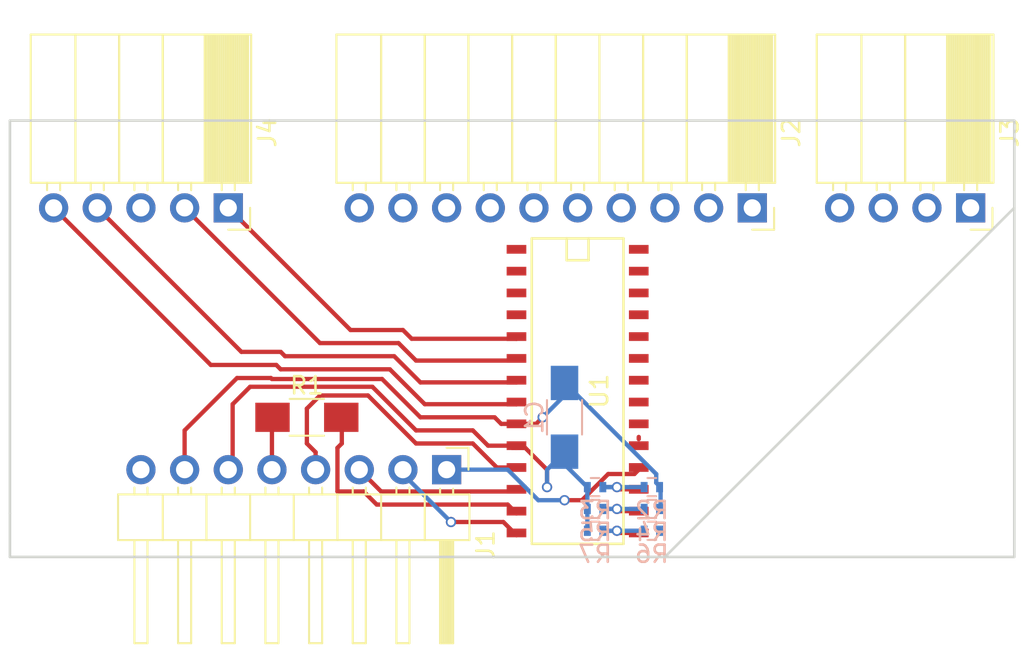
<source format=kicad_pcb>
(kicad_pcb (version 4) (host pcbnew 4.0.7-e2-6376~58~ubuntu14.04.1)

  (general
    (links 26)
    (no_connects 1)
    (area 156.718 79.248 216.662 118.11)
    (thickness 1.6)
    (drawings 6)
    (tracks 127)
    (zones 0)
    (modules 13)
    (nets 45)
  )

  (page A4)
  (layers
    (0 F.Cu signal)
    (31 B.Cu signal)
    (32 B.Adhes user)
    (33 F.Adhes user)
    (34 B.Paste user)
    (35 F.Paste user)
    (36 B.SilkS user)
    (37 F.SilkS user)
    (38 B.Mask user)
    (39 F.Mask user)
    (40 Dwgs.User user)
    (41 Cmts.User user)
    (42 Eco1.User user)
    (43 Eco2.User user)
    (44 Edge.Cuts user)
    (45 Margin user)
    (46 B.CrtYd user)
    (47 F.CrtYd user)
    (48 B.Fab user)
    (49 F.Fab user)
  )

  (setup
    (last_trace_width 0.25)
    (trace_clearance 0.2)
    (zone_clearance 0.508)
    (zone_45_only no)
    (trace_min 0.2)
    (segment_width 0.2)
    (edge_width 0.15)
    (via_size 0.6)
    (via_drill 0.4)
    (via_min_size 0.4)
    (via_min_drill 0.3)
    (uvia_size 0.3)
    (uvia_drill 0.1)
    (uvias_allowed no)
    (uvia_min_size 0.2)
    (uvia_min_drill 0.1)
    (pcb_text_width 0.3)
    (pcb_text_size 1.5 1.5)
    (mod_edge_width 0.15)
    (mod_text_size 1 1)
    (mod_text_width 0.15)
    (pad_size 1.524 1.524)
    (pad_drill 0.762)
    (pad_to_mask_clearance 0.2)
    (aux_axis_origin 0 0)
    (visible_elements 7FFFFFFF)
    (pcbplotparams
      (layerselection 0x00030_80000001)
      (usegerberextensions false)
      (excludeedgelayer true)
      (linewidth 0.100000)
      (plotframeref false)
      (viasonmask false)
      (mode 1)
      (useauxorigin false)
      (hpglpennumber 1)
      (hpglpenspeed 20)
      (hpglpendiameter 15)
      (hpglpenoverlay 2)
      (psnegative false)
      (psa4output false)
      (plotreference true)
      (plotvalue true)
      (plotinvisibletext false)
      (padsonsilk false)
      (subtractmaskfromsilk false)
      (outputformat 1)
      (mirror false)
      (drillshape 1)
      (scaleselection 1)
      (outputdirectory ""))
  )

  (net 0 "")
  (net 1 VCC)
  (net 2 GND)
  (net 3 /Mi)
  (net 4 /CS)
  (net 5 /SCK)
  (net 6 /Mo)
  (net 7 /Reset)
  (net 8 "Net-(R1-Pad2)")
  (net 9 "Net-(U1-Pad19)")
  (net 10 "Net-(U1-Pad20)")
  (net 11 /B0)
  (net 12 /B1)
  (net 13 /B2)
  (net 14 /B3)
  (net 15 /B4)
  (net 16 /B5)
  (net 17 /B6)
  (net 18 /B7)
  (net 19 /A0)
  (net 20 /A1)
  (net 21 /A2)
  (net 22 /A3)
  (net 23 /A4)
  (net 24 /A5)
  (net 25 /A6)
  (net 26 /A7)
  (net 27 "Net-(J2-Pad1)")
  (net 28 "Net-(J2-Pad2)")
  (net 29 "Net-(J2-Pad3)")
  (net 30 "Net-(J2-Pad4)")
  (net 31 "Net-(J2-Pad5)")
  (net 32 "Net-(J2-Pad6)")
  (net 33 "Net-(J2-Pad7)")
  (net 34 "Net-(J2-Pad8)")
  (net 35 "Net-(J2-Pad9)")
  (net 36 "Net-(J2-Pad10)")
  (net 37 "Net-(J3-Pad1)")
  (net 38 "Net-(J3-Pad2)")
  (net 39 "Net-(J3-Pad3)")
  (net 40 "Net-(J3-Pad4)")
  (net 41 "Net-(J4-Pad3)")
  (net 42 "Net-(R2-Pad1)")
  (net 43 "Net-(R4-Pad1)")
  (net 44 "Net-(R6-Pad1)")

  (net_class Default "This is the default net class."
    (clearance 0.2)
    (trace_width 0.25)
    (via_dia 0.6)
    (via_drill 0.4)
    (uvia_dia 0.3)
    (uvia_drill 0.1)
    (add_net /A0)
    (add_net /A1)
    (add_net /A2)
    (add_net /A3)
    (add_net /A4)
    (add_net /A5)
    (add_net /A6)
    (add_net /A7)
    (add_net /B0)
    (add_net /B1)
    (add_net /B2)
    (add_net /B3)
    (add_net /B4)
    (add_net /B5)
    (add_net /B6)
    (add_net /B7)
    (add_net /CS)
    (add_net /Mi)
    (add_net /Mo)
    (add_net /Reset)
    (add_net /SCK)
    (add_net GND)
    (add_net "Net-(J2-Pad1)")
    (add_net "Net-(J2-Pad10)")
    (add_net "Net-(J2-Pad2)")
    (add_net "Net-(J2-Pad3)")
    (add_net "Net-(J2-Pad4)")
    (add_net "Net-(J2-Pad5)")
    (add_net "Net-(J2-Pad6)")
    (add_net "Net-(J2-Pad7)")
    (add_net "Net-(J2-Pad8)")
    (add_net "Net-(J2-Pad9)")
    (add_net "Net-(J3-Pad1)")
    (add_net "Net-(J3-Pad2)")
    (add_net "Net-(J3-Pad3)")
    (add_net "Net-(J3-Pad4)")
    (add_net "Net-(J4-Pad3)")
    (add_net "Net-(R1-Pad2)")
    (add_net "Net-(R2-Pad1)")
    (add_net "Net-(R4-Pad1)")
    (add_net "Net-(R6-Pad1)")
    (add_net "Net-(U1-Pad19)")
    (add_net "Net-(U1-Pad20)")
    (add_net VCC)
  )

  (module SMD_Packages:SOIC-28 (layer F.Cu) (tedit 0) (tstamp 5B793065)
    (at 190.5 102.108 270)
    (descr "Module CMS SOJ 28 pins large")
    (tags "CMS SOJ")
    (path /5B79292F)
    (attr smd)
    (fp_text reference U1 (at 0 -1.26238 270) (layer F.SilkS)
      (effects (font (size 1 1) (thickness 0.15)))
    )
    (fp_text value MCP23S17 (at 0 1.27 270) (layer F.Fab)
      (effects (font (size 1 1) (thickness 0.15)))
    )
    (fp_line (start 8.763 2.667) (end -8.89 2.667) (layer F.SilkS) (width 0.15))
    (fp_line (start -8.89 -2.667) (end 8.89 -2.667) (layer F.SilkS) (width 0.15))
    (fp_line (start 8.89 2.667) (end 8.89 -2.667) (layer F.SilkS) (width 0.15))
    (fp_line (start -8.89 -2.667) (end -8.89 2.667) (layer F.SilkS) (width 0.15))
    (fp_line (start -8.89 -0.635) (end -7.62 -0.635) (layer F.SilkS) (width 0.15))
    (fp_line (start -7.62 -0.635) (end -7.62 0.635) (layer F.SilkS) (width 0.15))
    (fp_line (start -7.62 0.635) (end -8.89 0.635) (layer F.SilkS) (width 0.15))
    (pad 1 smd rect (at -8.255 3.556 270) (size 0.508 1.143) (layers F.Cu F.Paste F.Mask)
      (net 11 /B0))
    (pad 2 smd rect (at -6.985 3.556 270) (size 0.508 1.143) (layers F.Cu F.Paste F.Mask)
      (net 12 /B1))
    (pad 3 smd rect (at -5.715 3.556 270) (size 0.508 1.143) (layers F.Cu F.Paste F.Mask)
      (net 13 /B2))
    (pad 4 smd rect (at -4.445 3.556 270) (size 0.508 1.143) (layers F.Cu F.Paste F.Mask)
      (net 14 /B3))
    (pad 5 smd rect (at -3.175 3.556 270) (size 0.508 1.143) (layers F.Cu F.Paste F.Mask)
      (net 15 /B4))
    (pad 6 smd rect (at -1.905 3.556 270) (size 0.508 1.143) (layers F.Cu F.Paste F.Mask)
      (net 16 /B5))
    (pad 7 smd rect (at -0.635 3.556 270) (size 0.508 1.143) (layers F.Cu F.Paste F.Mask)
      (net 17 /B6))
    (pad 8 smd rect (at 0.635 3.556 270) (size 0.508 1.143) (layers F.Cu F.Paste F.Mask)
      (net 18 /B7))
    (pad 9 smd rect (at 1.905 3.556 270) (size 0.508 1.143) (layers F.Cu F.Paste F.Mask)
      (net 1 VCC))
    (pad 10 smd rect (at 3.175 3.556 270) (size 0.508 1.143) (layers F.Cu F.Paste F.Mask)
      (net 2 GND))
    (pad 11 smd rect (at 4.445 3.556 270) (size 0.508 1.143) (layers F.Cu F.Paste F.Mask)
      (net 4 /CS))
    (pad 12 smd rect (at 5.715 3.556 270) (size 0.508 1.143) (layers F.Cu F.Paste F.Mask)
      (net 5 /SCK))
    (pad 13 smd rect (at 6.985 3.556 270) (size 0.508 1.143) (layers F.Cu F.Paste F.Mask)
      (net 8 "Net-(R1-Pad2)"))
    (pad 14 smd rect (at 8.255 3.556 270) (size 0.508 1.143) (layers F.Cu F.Paste F.Mask)
      (net 6 /Mo))
    (pad 15 smd rect (at 8.255 -3.556 270) (size 0.508 1.143) (layers F.Cu F.Paste F.Mask)
      (net 44 "Net-(R6-Pad1)"))
    (pad 16 smd rect (at 6.985 -3.556 270) (size 0.508 1.143) (layers F.Cu F.Paste F.Mask)
      (net 43 "Net-(R4-Pad1)"))
    (pad 17 smd rect (at 5.715 -3.556 270) (size 0.508 1.143) (layers F.Cu F.Paste F.Mask)
      (net 42 "Net-(R2-Pad1)"))
    (pad 18 smd rect (at 4.445 -3.556 270) (size 0.508 1.143) (layers F.Cu F.Paste F.Mask)
      (net 7 /Reset))
    (pad 19 smd rect (at 3.175 -3.556 270) (size 0.508 1.143) (layers F.Cu F.Paste F.Mask)
      (net 9 "Net-(U1-Pad19)"))
    (pad 20 smd rect (at 1.905 -3.556 270) (size 0.508 1.143) (layers F.Cu F.Paste F.Mask)
      (net 10 "Net-(U1-Pad20)"))
    (pad 21 smd rect (at 0.635 -3.556 270) (size 0.508 1.143) (layers F.Cu F.Paste F.Mask)
      (net 19 /A0))
    (pad 22 smd rect (at -0.635 -3.556 270) (size 0.508 1.143) (layers F.Cu F.Paste F.Mask)
      (net 20 /A1))
    (pad 23 smd rect (at -1.905 -3.556 270) (size 0.508 1.143) (layers F.Cu F.Paste F.Mask)
      (net 21 /A2))
    (pad 24 smd rect (at -3.175 -3.556 270) (size 0.508 1.143) (layers F.Cu F.Paste F.Mask)
      (net 22 /A3))
    (pad 25 smd rect (at -4.445 -3.556 270) (size 0.508 1.143) (layers F.Cu F.Paste F.Mask)
      (net 23 /A4))
    (pad 26 smd rect (at -5.715 -3.556 270) (size 0.508 1.143) (layers F.Cu F.Paste F.Mask)
      (net 24 /A5))
    (pad 27 smd rect (at -6.985 -3.556 270) (size 0.508 1.143) (layers F.Cu F.Paste F.Mask)
      (net 25 /A6))
    (pad 28 smd rect (at -8.255 -3.556 270) (size 0.508 1.143) (layers F.Cu F.Paste F.Mask)
      (net 26 /A7))
  )

  (module Pin_Headers:Pin_Header_Angled_1x08_Pitch2.54mm (layer F.Cu) (tedit 59650532) (tstamp 5B79303F)
    (at 182.88 106.68 270)
    (descr "Through hole angled pin header, 1x08, 2.54mm pitch, 6mm pin length, single row")
    (tags "Through hole angled pin header THT 1x08 2.54mm single row")
    (path /5B7943CB)
    (fp_text reference J1 (at 4.385 -2.27 270) (layer F.SilkS)
      (effects (font (size 1 1) (thickness 0.15)))
    )
    (fp_text value Conn_01x07_Male (at 4.385 20.05 270) (layer F.Fab)
      (effects (font (size 1 1) (thickness 0.15)))
    )
    (fp_line (start 2.135 -1.27) (end 4.04 -1.27) (layer F.Fab) (width 0.1))
    (fp_line (start 4.04 -1.27) (end 4.04 19.05) (layer F.Fab) (width 0.1))
    (fp_line (start 4.04 19.05) (end 1.5 19.05) (layer F.Fab) (width 0.1))
    (fp_line (start 1.5 19.05) (end 1.5 -0.635) (layer F.Fab) (width 0.1))
    (fp_line (start 1.5 -0.635) (end 2.135 -1.27) (layer F.Fab) (width 0.1))
    (fp_line (start -0.32 -0.32) (end 1.5 -0.32) (layer F.Fab) (width 0.1))
    (fp_line (start -0.32 -0.32) (end -0.32 0.32) (layer F.Fab) (width 0.1))
    (fp_line (start -0.32 0.32) (end 1.5 0.32) (layer F.Fab) (width 0.1))
    (fp_line (start 4.04 -0.32) (end 10.04 -0.32) (layer F.Fab) (width 0.1))
    (fp_line (start 10.04 -0.32) (end 10.04 0.32) (layer F.Fab) (width 0.1))
    (fp_line (start 4.04 0.32) (end 10.04 0.32) (layer F.Fab) (width 0.1))
    (fp_line (start -0.32 2.22) (end 1.5 2.22) (layer F.Fab) (width 0.1))
    (fp_line (start -0.32 2.22) (end -0.32 2.86) (layer F.Fab) (width 0.1))
    (fp_line (start -0.32 2.86) (end 1.5 2.86) (layer F.Fab) (width 0.1))
    (fp_line (start 4.04 2.22) (end 10.04 2.22) (layer F.Fab) (width 0.1))
    (fp_line (start 10.04 2.22) (end 10.04 2.86) (layer F.Fab) (width 0.1))
    (fp_line (start 4.04 2.86) (end 10.04 2.86) (layer F.Fab) (width 0.1))
    (fp_line (start -0.32 4.76) (end 1.5 4.76) (layer F.Fab) (width 0.1))
    (fp_line (start -0.32 4.76) (end -0.32 5.4) (layer F.Fab) (width 0.1))
    (fp_line (start -0.32 5.4) (end 1.5 5.4) (layer F.Fab) (width 0.1))
    (fp_line (start 4.04 4.76) (end 10.04 4.76) (layer F.Fab) (width 0.1))
    (fp_line (start 10.04 4.76) (end 10.04 5.4) (layer F.Fab) (width 0.1))
    (fp_line (start 4.04 5.4) (end 10.04 5.4) (layer F.Fab) (width 0.1))
    (fp_line (start -0.32 7.3) (end 1.5 7.3) (layer F.Fab) (width 0.1))
    (fp_line (start -0.32 7.3) (end -0.32 7.94) (layer F.Fab) (width 0.1))
    (fp_line (start -0.32 7.94) (end 1.5 7.94) (layer F.Fab) (width 0.1))
    (fp_line (start 4.04 7.3) (end 10.04 7.3) (layer F.Fab) (width 0.1))
    (fp_line (start 10.04 7.3) (end 10.04 7.94) (layer F.Fab) (width 0.1))
    (fp_line (start 4.04 7.94) (end 10.04 7.94) (layer F.Fab) (width 0.1))
    (fp_line (start -0.32 9.84) (end 1.5 9.84) (layer F.Fab) (width 0.1))
    (fp_line (start -0.32 9.84) (end -0.32 10.48) (layer F.Fab) (width 0.1))
    (fp_line (start -0.32 10.48) (end 1.5 10.48) (layer F.Fab) (width 0.1))
    (fp_line (start 4.04 9.84) (end 10.04 9.84) (layer F.Fab) (width 0.1))
    (fp_line (start 10.04 9.84) (end 10.04 10.48) (layer F.Fab) (width 0.1))
    (fp_line (start 4.04 10.48) (end 10.04 10.48) (layer F.Fab) (width 0.1))
    (fp_line (start -0.32 12.38) (end 1.5 12.38) (layer F.Fab) (width 0.1))
    (fp_line (start -0.32 12.38) (end -0.32 13.02) (layer F.Fab) (width 0.1))
    (fp_line (start -0.32 13.02) (end 1.5 13.02) (layer F.Fab) (width 0.1))
    (fp_line (start 4.04 12.38) (end 10.04 12.38) (layer F.Fab) (width 0.1))
    (fp_line (start 10.04 12.38) (end 10.04 13.02) (layer F.Fab) (width 0.1))
    (fp_line (start 4.04 13.02) (end 10.04 13.02) (layer F.Fab) (width 0.1))
    (fp_line (start -0.32 14.92) (end 1.5 14.92) (layer F.Fab) (width 0.1))
    (fp_line (start -0.32 14.92) (end -0.32 15.56) (layer F.Fab) (width 0.1))
    (fp_line (start -0.32 15.56) (end 1.5 15.56) (layer F.Fab) (width 0.1))
    (fp_line (start 4.04 14.92) (end 10.04 14.92) (layer F.Fab) (width 0.1))
    (fp_line (start 10.04 14.92) (end 10.04 15.56) (layer F.Fab) (width 0.1))
    (fp_line (start 4.04 15.56) (end 10.04 15.56) (layer F.Fab) (width 0.1))
    (fp_line (start -0.32 17.46) (end 1.5 17.46) (layer F.Fab) (width 0.1))
    (fp_line (start -0.32 17.46) (end -0.32 18.1) (layer F.Fab) (width 0.1))
    (fp_line (start -0.32 18.1) (end 1.5 18.1) (layer F.Fab) (width 0.1))
    (fp_line (start 4.04 17.46) (end 10.04 17.46) (layer F.Fab) (width 0.1))
    (fp_line (start 10.04 17.46) (end 10.04 18.1) (layer F.Fab) (width 0.1))
    (fp_line (start 4.04 18.1) (end 10.04 18.1) (layer F.Fab) (width 0.1))
    (fp_line (start 1.44 -1.33) (end 1.44 19.11) (layer F.SilkS) (width 0.12))
    (fp_line (start 1.44 19.11) (end 4.1 19.11) (layer F.SilkS) (width 0.12))
    (fp_line (start 4.1 19.11) (end 4.1 -1.33) (layer F.SilkS) (width 0.12))
    (fp_line (start 4.1 -1.33) (end 1.44 -1.33) (layer F.SilkS) (width 0.12))
    (fp_line (start 4.1 -0.38) (end 10.1 -0.38) (layer F.SilkS) (width 0.12))
    (fp_line (start 10.1 -0.38) (end 10.1 0.38) (layer F.SilkS) (width 0.12))
    (fp_line (start 10.1 0.38) (end 4.1 0.38) (layer F.SilkS) (width 0.12))
    (fp_line (start 4.1 -0.32) (end 10.1 -0.32) (layer F.SilkS) (width 0.12))
    (fp_line (start 4.1 -0.2) (end 10.1 -0.2) (layer F.SilkS) (width 0.12))
    (fp_line (start 4.1 -0.08) (end 10.1 -0.08) (layer F.SilkS) (width 0.12))
    (fp_line (start 4.1 0.04) (end 10.1 0.04) (layer F.SilkS) (width 0.12))
    (fp_line (start 4.1 0.16) (end 10.1 0.16) (layer F.SilkS) (width 0.12))
    (fp_line (start 4.1 0.28) (end 10.1 0.28) (layer F.SilkS) (width 0.12))
    (fp_line (start 1.11 -0.38) (end 1.44 -0.38) (layer F.SilkS) (width 0.12))
    (fp_line (start 1.11 0.38) (end 1.44 0.38) (layer F.SilkS) (width 0.12))
    (fp_line (start 1.44 1.27) (end 4.1 1.27) (layer F.SilkS) (width 0.12))
    (fp_line (start 4.1 2.16) (end 10.1 2.16) (layer F.SilkS) (width 0.12))
    (fp_line (start 10.1 2.16) (end 10.1 2.92) (layer F.SilkS) (width 0.12))
    (fp_line (start 10.1 2.92) (end 4.1 2.92) (layer F.SilkS) (width 0.12))
    (fp_line (start 1.042929 2.16) (end 1.44 2.16) (layer F.SilkS) (width 0.12))
    (fp_line (start 1.042929 2.92) (end 1.44 2.92) (layer F.SilkS) (width 0.12))
    (fp_line (start 1.44 3.81) (end 4.1 3.81) (layer F.SilkS) (width 0.12))
    (fp_line (start 4.1 4.7) (end 10.1 4.7) (layer F.SilkS) (width 0.12))
    (fp_line (start 10.1 4.7) (end 10.1 5.46) (layer F.SilkS) (width 0.12))
    (fp_line (start 10.1 5.46) (end 4.1 5.46) (layer F.SilkS) (width 0.12))
    (fp_line (start 1.042929 4.7) (end 1.44 4.7) (layer F.SilkS) (width 0.12))
    (fp_line (start 1.042929 5.46) (end 1.44 5.46) (layer F.SilkS) (width 0.12))
    (fp_line (start 1.44 6.35) (end 4.1 6.35) (layer F.SilkS) (width 0.12))
    (fp_line (start 4.1 7.24) (end 10.1 7.24) (layer F.SilkS) (width 0.12))
    (fp_line (start 10.1 7.24) (end 10.1 8) (layer F.SilkS) (width 0.12))
    (fp_line (start 10.1 8) (end 4.1 8) (layer F.SilkS) (width 0.12))
    (fp_line (start 1.042929 7.24) (end 1.44 7.24) (layer F.SilkS) (width 0.12))
    (fp_line (start 1.042929 8) (end 1.44 8) (layer F.SilkS) (width 0.12))
    (fp_line (start 1.44 8.89) (end 4.1 8.89) (layer F.SilkS) (width 0.12))
    (fp_line (start 4.1 9.78) (end 10.1 9.78) (layer F.SilkS) (width 0.12))
    (fp_line (start 10.1 9.78) (end 10.1 10.54) (layer F.SilkS) (width 0.12))
    (fp_line (start 10.1 10.54) (end 4.1 10.54) (layer F.SilkS) (width 0.12))
    (fp_line (start 1.042929 9.78) (end 1.44 9.78) (layer F.SilkS) (width 0.12))
    (fp_line (start 1.042929 10.54) (end 1.44 10.54) (layer F.SilkS) (width 0.12))
    (fp_line (start 1.44 11.43) (end 4.1 11.43) (layer F.SilkS) (width 0.12))
    (fp_line (start 4.1 12.32) (end 10.1 12.32) (layer F.SilkS) (width 0.12))
    (fp_line (start 10.1 12.32) (end 10.1 13.08) (layer F.SilkS) (width 0.12))
    (fp_line (start 10.1 13.08) (end 4.1 13.08) (layer F.SilkS) (width 0.12))
    (fp_line (start 1.042929 12.32) (end 1.44 12.32) (layer F.SilkS) (width 0.12))
    (fp_line (start 1.042929 13.08) (end 1.44 13.08) (layer F.SilkS) (width 0.12))
    (fp_line (start 1.44 13.97) (end 4.1 13.97) (layer F.SilkS) (width 0.12))
    (fp_line (start 4.1 14.86) (end 10.1 14.86) (layer F.SilkS) (width 0.12))
    (fp_line (start 10.1 14.86) (end 10.1 15.62) (layer F.SilkS) (width 0.12))
    (fp_line (start 10.1 15.62) (end 4.1 15.62) (layer F.SilkS) (width 0.12))
    (fp_line (start 1.042929 14.86) (end 1.44 14.86) (layer F.SilkS) (width 0.12))
    (fp_line (start 1.042929 15.62) (end 1.44 15.62) (layer F.SilkS) (width 0.12))
    (fp_line (start 1.44 16.51) (end 4.1 16.51) (layer F.SilkS) (width 0.12))
    (fp_line (start 4.1 17.4) (end 10.1 17.4) (layer F.SilkS) (width 0.12))
    (fp_line (start 10.1 17.4) (end 10.1 18.16) (layer F.SilkS) (width 0.12))
    (fp_line (start 10.1 18.16) (end 4.1 18.16) (layer F.SilkS) (width 0.12))
    (fp_line (start 1.042929 17.4) (end 1.44 17.4) (layer F.SilkS) (width 0.12))
    (fp_line (start 1.042929 18.16) (end 1.44 18.16) (layer F.SilkS) (width 0.12))
    (fp_line (start -1.27 0) (end -1.27 -1.27) (layer F.SilkS) (width 0.12))
    (fp_line (start -1.27 -1.27) (end 0 -1.27) (layer F.SilkS) (width 0.12))
    (fp_line (start -1.8 -1.8) (end -1.8 19.55) (layer F.CrtYd) (width 0.05))
    (fp_line (start -1.8 19.55) (end 10.55 19.55) (layer F.CrtYd) (width 0.05))
    (fp_line (start 10.55 19.55) (end 10.55 -1.8) (layer F.CrtYd) (width 0.05))
    (fp_line (start 10.55 -1.8) (end -1.8 -1.8) (layer F.CrtYd) (width 0.05))
    (fp_text user %R (at 2.77 8.89 360) (layer F.Fab)
      (effects (font (size 1 1) (thickness 0.15)))
    )
    (pad 1 thru_hole rect (at 0 0 270) (size 1.7 1.7) (drill 1) (layers *.Cu *.Mask)
      (net 7 /Reset))
    (pad 2 thru_hole oval (at 0 2.54 270) (size 1.7 1.7) (drill 1) (layers *.Cu *.Mask)
      (net 6 /Mo))
    (pad 3 thru_hole oval (at 0 5.08 270) (size 1.7 1.7) (drill 1) (layers *.Cu *.Mask)
      (net 5 /SCK))
    (pad 4 thru_hole oval (at 0 7.62 270) (size 1.7 1.7) (drill 1) (layers *.Cu *.Mask)
      (net 4 /CS))
    (pad 5 thru_hole oval (at 0 10.16 270) (size 1.7 1.7) (drill 1) (layers *.Cu *.Mask)
      (net 3 /Mi))
    (pad 6 thru_hole oval (at 0 12.7 270) (size 1.7 1.7) (drill 1) (layers *.Cu *.Mask)
      (net 2 GND))
    (pad 7 thru_hole oval (at 0 15.24 270) (size 1.7 1.7) (drill 1) (layers *.Cu *.Mask)
      (net 1 VCC))
    (pad 8 thru_hole oval (at 0 17.78 270) (size 1.7 1.7) (drill 1) (layers *.Cu *.Mask))
    (model ${KISYS3DMOD}/Pin_Headers.3dshapes/Pin_Header_Angled_1x08_Pitch2.54mm.wrl
      (at (xyz 0 0 0))
      (scale (xyz 1 1 1))
      (rotate (xyz 0 0 0))
    )
  )

  (module Resistors_SMD:R_1206_HandSoldering (layer F.Cu) (tedit 5B7930B4) (tstamp 5B793045)
    (at 174.752 103.632)
    (descr "Resistor SMD 1206, hand soldering")
    (tags "resistor 1206")
    (path /5B792C0F)
    (attr smd)
    (fp_text reference R1 (at 0 -1.85) (layer F.SilkS)
      (effects (font (size 1 1) (thickness 0.15)))
    )
    (fp_text value R (at 0 1.9) (layer F.Fab)
      (effects (font (size 1 1) (thickness 0.15)))
    )
    (fp_text user %R (at 0 0 90) (layer F.Fab)
      (effects (font (size 0.7 0.7) (thickness 0.105)))
    )
    (fp_line (start -1.6 0.8) (end -1.6 -0.8) (layer F.Fab) (width 0.1))
    (fp_line (start 1.6 0.8) (end -1.6 0.8) (layer F.Fab) (width 0.1))
    (fp_line (start 1.6 -0.8) (end 1.6 0.8) (layer F.Fab) (width 0.1))
    (fp_line (start -1.6 -0.8) (end 1.6 -0.8) (layer F.Fab) (width 0.1))
    (fp_line (start 1 1.07) (end -1 1.07) (layer F.SilkS) (width 0.12))
    (fp_line (start -1 -1.07) (end 1 -1.07) (layer F.SilkS) (width 0.12))
    (fp_line (start -3.25 -1.11) (end 3.25 -1.11) (layer F.CrtYd) (width 0.05))
    (fp_line (start -3.25 -1.11) (end -3.25 1.1) (layer F.CrtYd) (width 0.05))
    (fp_line (start 3.25 1.1) (end 3.25 -1.11) (layer F.CrtYd) (width 0.05))
    (fp_line (start 3.25 1.1) (end -3.25 1.1) (layer F.CrtYd) (width 0.05))
    (pad 1 smd rect (at -2 0) (size 2 1.7) (layers F.Cu F.Paste F.Mask)
      (net 3 /Mi))
    (pad 2 smd rect (at 2 0) (size 2 1.7) (layers F.Cu F.Paste F.Mask)
      (net 8 "Net-(R1-Pad2)"))
    (model ${KISYS3DMOD}/Resistors_SMD.3dshapes/R_1206.wrl
      (at (xyz 0 0 0))
      (scale (xyz 1 1 1))
      (rotate (xyz 0 0 0))
    )
  )

  (module Capacitors_SMD:C_1206_HandSoldering (layer B.Cu) (tedit 58AA84D1) (tstamp 5B793DFA)
    (at 189.738 103.632 270)
    (descr "Capacitor SMD 1206, hand soldering")
    (tags "capacitor 1206")
    (path /5B7931F0)
    (attr smd)
    (fp_text reference C1 (at 0 1.75 270) (layer B.SilkS)
      (effects (font (size 1 1) (thickness 0.15)) (justify mirror))
    )
    (fp_text value C (at 0 -2 270) (layer B.Fab)
      (effects (font (size 1 1) (thickness 0.15)) (justify mirror))
    )
    (fp_text user %R (at 0 1.75 270) (layer B.Fab)
      (effects (font (size 1 1) (thickness 0.15)) (justify mirror))
    )
    (fp_line (start -1.6 -0.8) (end -1.6 0.8) (layer B.Fab) (width 0.1))
    (fp_line (start 1.6 -0.8) (end -1.6 -0.8) (layer B.Fab) (width 0.1))
    (fp_line (start 1.6 0.8) (end 1.6 -0.8) (layer B.Fab) (width 0.1))
    (fp_line (start -1.6 0.8) (end 1.6 0.8) (layer B.Fab) (width 0.1))
    (fp_line (start 1 1.02) (end -1 1.02) (layer B.SilkS) (width 0.12))
    (fp_line (start -1 -1.02) (end 1 -1.02) (layer B.SilkS) (width 0.12))
    (fp_line (start -3.25 1.05) (end 3.25 1.05) (layer B.CrtYd) (width 0.05))
    (fp_line (start -3.25 1.05) (end -3.25 -1.05) (layer B.CrtYd) (width 0.05))
    (fp_line (start 3.25 -1.05) (end 3.25 1.05) (layer B.CrtYd) (width 0.05))
    (fp_line (start 3.25 -1.05) (end -3.25 -1.05) (layer B.CrtYd) (width 0.05))
    (pad 1 smd rect (at -2 0 270) (size 2 1.6) (layers B.Cu B.Paste B.Mask)
      (net 1 VCC))
    (pad 2 smd rect (at 2 0 270) (size 2 1.6) (layers B.Cu B.Paste B.Mask)
      (net 2 GND))
    (model Capacitors_SMD.3dshapes/C_1206.wrl
      (at (xyz 0 0 0))
      (scale (xyz 1 1 1))
      (rotate (xyz 0 0 0))
    )
  )

  (module Socket_Strips:Socket_Strip_Angled_1x10_Pitch2.54mm (layer F.Cu) (tedit 58CD5446) (tstamp 5B793E08)
    (at 200.66 91.44 270)
    (descr "Through hole angled socket strip, 1x10, 2.54mm pitch, 8.51mm socket length, single row")
    (tags "Through hole angled socket strip THT 1x10 2.54mm single row")
    (path /5B7932BE)
    (fp_text reference J2 (at -4.38 -2.27 270) (layer F.SilkS)
      (effects (font (size 1 1) (thickness 0.15)))
    )
    (fp_text value Conn_01x10_Female (at -4.38 25.13 270) (layer F.Fab)
      (effects (font (size 1 1) (thickness 0.15)))
    )
    (fp_line (start -1.52 -1.27) (end -1.52 1.27) (layer F.Fab) (width 0.1))
    (fp_line (start -1.52 1.27) (end -10.03 1.27) (layer F.Fab) (width 0.1))
    (fp_line (start -10.03 1.27) (end -10.03 -1.27) (layer F.Fab) (width 0.1))
    (fp_line (start -10.03 -1.27) (end -1.52 -1.27) (layer F.Fab) (width 0.1))
    (fp_line (start 0 -0.32) (end 0 0.32) (layer F.Fab) (width 0.1))
    (fp_line (start 0 0.32) (end -1.52 0.32) (layer F.Fab) (width 0.1))
    (fp_line (start -1.52 0.32) (end -1.52 -0.32) (layer F.Fab) (width 0.1))
    (fp_line (start -1.52 -0.32) (end 0 -0.32) (layer F.Fab) (width 0.1))
    (fp_line (start -1.52 1.27) (end -1.52 3.81) (layer F.Fab) (width 0.1))
    (fp_line (start -1.52 3.81) (end -10.03 3.81) (layer F.Fab) (width 0.1))
    (fp_line (start -10.03 3.81) (end -10.03 1.27) (layer F.Fab) (width 0.1))
    (fp_line (start -10.03 1.27) (end -1.52 1.27) (layer F.Fab) (width 0.1))
    (fp_line (start 0 2.22) (end 0 2.86) (layer F.Fab) (width 0.1))
    (fp_line (start 0 2.86) (end -1.52 2.86) (layer F.Fab) (width 0.1))
    (fp_line (start -1.52 2.86) (end -1.52 2.22) (layer F.Fab) (width 0.1))
    (fp_line (start -1.52 2.22) (end 0 2.22) (layer F.Fab) (width 0.1))
    (fp_line (start -1.52 3.81) (end -1.52 6.35) (layer F.Fab) (width 0.1))
    (fp_line (start -1.52 6.35) (end -10.03 6.35) (layer F.Fab) (width 0.1))
    (fp_line (start -10.03 6.35) (end -10.03 3.81) (layer F.Fab) (width 0.1))
    (fp_line (start -10.03 3.81) (end -1.52 3.81) (layer F.Fab) (width 0.1))
    (fp_line (start 0 4.76) (end 0 5.4) (layer F.Fab) (width 0.1))
    (fp_line (start 0 5.4) (end -1.52 5.4) (layer F.Fab) (width 0.1))
    (fp_line (start -1.52 5.4) (end -1.52 4.76) (layer F.Fab) (width 0.1))
    (fp_line (start -1.52 4.76) (end 0 4.76) (layer F.Fab) (width 0.1))
    (fp_line (start -1.52 6.35) (end -1.52 8.89) (layer F.Fab) (width 0.1))
    (fp_line (start -1.52 8.89) (end -10.03 8.89) (layer F.Fab) (width 0.1))
    (fp_line (start -10.03 8.89) (end -10.03 6.35) (layer F.Fab) (width 0.1))
    (fp_line (start -10.03 6.35) (end -1.52 6.35) (layer F.Fab) (width 0.1))
    (fp_line (start 0 7.3) (end 0 7.94) (layer F.Fab) (width 0.1))
    (fp_line (start 0 7.94) (end -1.52 7.94) (layer F.Fab) (width 0.1))
    (fp_line (start -1.52 7.94) (end -1.52 7.3) (layer F.Fab) (width 0.1))
    (fp_line (start -1.52 7.3) (end 0 7.3) (layer F.Fab) (width 0.1))
    (fp_line (start -1.52 8.89) (end -1.52 11.43) (layer F.Fab) (width 0.1))
    (fp_line (start -1.52 11.43) (end -10.03 11.43) (layer F.Fab) (width 0.1))
    (fp_line (start -10.03 11.43) (end -10.03 8.89) (layer F.Fab) (width 0.1))
    (fp_line (start -10.03 8.89) (end -1.52 8.89) (layer F.Fab) (width 0.1))
    (fp_line (start 0 9.84) (end 0 10.48) (layer F.Fab) (width 0.1))
    (fp_line (start 0 10.48) (end -1.52 10.48) (layer F.Fab) (width 0.1))
    (fp_line (start -1.52 10.48) (end -1.52 9.84) (layer F.Fab) (width 0.1))
    (fp_line (start -1.52 9.84) (end 0 9.84) (layer F.Fab) (width 0.1))
    (fp_line (start -1.52 11.43) (end -1.52 13.97) (layer F.Fab) (width 0.1))
    (fp_line (start -1.52 13.97) (end -10.03 13.97) (layer F.Fab) (width 0.1))
    (fp_line (start -10.03 13.97) (end -10.03 11.43) (layer F.Fab) (width 0.1))
    (fp_line (start -10.03 11.43) (end -1.52 11.43) (layer F.Fab) (width 0.1))
    (fp_line (start 0 12.38) (end 0 13.02) (layer F.Fab) (width 0.1))
    (fp_line (start 0 13.02) (end -1.52 13.02) (layer F.Fab) (width 0.1))
    (fp_line (start -1.52 13.02) (end -1.52 12.38) (layer F.Fab) (width 0.1))
    (fp_line (start -1.52 12.38) (end 0 12.38) (layer F.Fab) (width 0.1))
    (fp_line (start -1.52 13.97) (end -1.52 16.51) (layer F.Fab) (width 0.1))
    (fp_line (start -1.52 16.51) (end -10.03 16.51) (layer F.Fab) (width 0.1))
    (fp_line (start -10.03 16.51) (end -10.03 13.97) (layer F.Fab) (width 0.1))
    (fp_line (start -10.03 13.97) (end -1.52 13.97) (layer F.Fab) (width 0.1))
    (fp_line (start 0 14.92) (end 0 15.56) (layer F.Fab) (width 0.1))
    (fp_line (start 0 15.56) (end -1.52 15.56) (layer F.Fab) (width 0.1))
    (fp_line (start -1.52 15.56) (end -1.52 14.92) (layer F.Fab) (width 0.1))
    (fp_line (start -1.52 14.92) (end 0 14.92) (layer F.Fab) (width 0.1))
    (fp_line (start -1.52 16.51) (end -1.52 19.05) (layer F.Fab) (width 0.1))
    (fp_line (start -1.52 19.05) (end -10.03 19.05) (layer F.Fab) (width 0.1))
    (fp_line (start -10.03 19.05) (end -10.03 16.51) (layer F.Fab) (width 0.1))
    (fp_line (start -10.03 16.51) (end -1.52 16.51) (layer F.Fab) (width 0.1))
    (fp_line (start 0 17.46) (end 0 18.1) (layer F.Fab) (width 0.1))
    (fp_line (start 0 18.1) (end -1.52 18.1) (layer F.Fab) (width 0.1))
    (fp_line (start -1.52 18.1) (end -1.52 17.46) (layer F.Fab) (width 0.1))
    (fp_line (start -1.52 17.46) (end 0 17.46) (layer F.Fab) (width 0.1))
    (fp_line (start -1.52 19.05) (end -1.52 21.59) (layer F.Fab) (width 0.1))
    (fp_line (start -1.52 21.59) (end -10.03 21.59) (layer F.Fab) (width 0.1))
    (fp_line (start -10.03 21.59) (end -10.03 19.05) (layer F.Fab) (width 0.1))
    (fp_line (start -10.03 19.05) (end -1.52 19.05) (layer F.Fab) (width 0.1))
    (fp_line (start 0 20) (end 0 20.64) (layer F.Fab) (width 0.1))
    (fp_line (start 0 20.64) (end -1.52 20.64) (layer F.Fab) (width 0.1))
    (fp_line (start -1.52 20.64) (end -1.52 20) (layer F.Fab) (width 0.1))
    (fp_line (start -1.52 20) (end 0 20) (layer F.Fab) (width 0.1))
    (fp_line (start -1.52 21.59) (end -1.52 24.13) (layer F.Fab) (width 0.1))
    (fp_line (start -1.52 24.13) (end -10.03 24.13) (layer F.Fab) (width 0.1))
    (fp_line (start -10.03 24.13) (end -10.03 21.59) (layer F.Fab) (width 0.1))
    (fp_line (start -10.03 21.59) (end -1.52 21.59) (layer F.Fab) (width 0.1))
    (fp_line (start 0 22.54) (end 0 23.18) (layer F.Fab) (width 0.1))
    (fp_line (start 0 23.18) (end -1.52 23.18) (layer F.Fab) (width 0.1))
    (fp_line (start -1.52 23.18) (end -1.52 22.54) (layer F.Fab) (width 0.1))
    (fp_line (start -1.52 22.54) (end 0 22.54) (layer F.Fab) (width 0.1))
    (fp_line (start -1.46 -1.33) (end -1.46 1.27) (layer F.SilkS) (width 0.12))
    (fp_line (start -1.46 1.27) (end -10.09 1.27) (layer F.SilkS) (width 0.12))
    (fp_line (start -10.09 1.27) (end -10.09 -1.33) (layer F.SilkS) (width 0.12))
    (fp_line (start -10.09 -1.33) (end -1.46 -1.33) (layer F.SilkS) (width 0.12))
    (fp_line (start -1.03 -0.38) (end -1.46 -0.38) (layer F.SilkS) (width 0.12))
    (fp_line (start -1.03 0.38) (end -1.46 0.38) (layer F.SilkS) (width 0.12))
    (fp_line (start -1.46 -1.15) (end -10.09 -1.15) (layer F.SilkS) (width 0.12))
    (fp_line (start -1.46 -1.03) (end -10.09 -1.03) (layer F.SilkS) (width 0.12))
    (fp_line (start -1.46 -0.91) (end -10.09 -0.91) (layer F.SilkS) (width 0.12))
    (fp_line (start -1.46 -0.79) (end -10.09 -0.79) (layer F.SilkS) (width 0.12))
    (fp_line (start -1.46 -0.67) (end -10.09 -0.67) (layer F.SilkS) (width 0.12))
    (fp_line (start -1.46 -0.55) (end -10.09 -0.55) (layer F.SilkS) (width 0.12))
    (fp_line (start -1.46 -0.43) (end -10.09 -0.43) (layer F.SilkS) (width 0.12))
    (fp_line (start -1.46 -0.31) (end -10.09 -0.31) (layer F.SilkS) (width 0.12))
    (fp_line (start -1.46 -0.19) (end -10.09 -0.19) (layer F.SilkS) (width 0.12))
    (fp_line (start -1.46 -0.07) (end -10.09 -0.07) (layer F.SilkS) (width 0.12))
    (fp_line (start -1.46 0.05) (end -10.09 0.05) (layer F.SilkS) (width 0.12))
    (fp_line (start -1.46 0.17) (end -10.09 0.17) (layer F.SilkS) (width 0.12))
    (fp_line (start -1.46 0.29) (end -10.09 0.29) (layer F.SilkS) (width 0.12))
    (fp_line (start -1.46 0.41) (end -10.09 0.41) (layer F.SilkS) (width 0.12))
    (fp_line (start -1.46 0.53) (end -10.09 0.53) (layer F.SilkS) (width 0.12))
    (fp_line (start -1.46 0.65) (end -10.09 0.65) (layer F.SilkS) (width 0.12))
    (fp_line (start -1.46 0.77) (end -10.09 0.77) (layer F.SilkS) (width 0.12))
    (fp_line (start -1.46 0.89) (end -10.09 0.89) (layer F.SilkS) (width 0.12))
    (fp_line (start -1.46 1.01) (end -10.09 1.01) (layer F.SilkS) (width 0.12))
    (fp_line (start -1.46 1.13) (end -10.09 1.13) (layer F.SilkS) (width 0.12))
    (fp_line (start -1.46 1.25) (end -10.09 1.25) (layer F.SilkS) (width 0.12))
    (fp_line (start -1.46 1.37) (end -10.09 1.37) (layer F.SilkS) (width 0.12))
    (fp_line (start -1.46 1.27) (end -1.46 3.81) (layer F.SilkS) (width 0.12))
    (fp_line (start -1.46 3.81) (end -10.09 3.81) (layer F.SilkS) (width 0.12))
    (fp_line (start -10.09 3.81) (end -10.09 1.27) (layer F.SilkS) (width 0.12))
    (fp_line (start -10.09 1.27) (end -1.46 1.27) (layer F.SilkS) (width 0.12))
    (fp_line (start -1.03 2.16) (end -1.46 2.16) (layer F.SilkS) (width 0.12))
    (fp_line (start -1.03 2.92) (end -1.46 2.92) (layer F.SilkS) (width 0.12))
    (fp_line (start -1.46 3.81) (end -1.46 6.35) (layer F.SilkS) (width 0.12))
    (fp_line (start -1.46 6.35) (end -10.09 6.35) (layer F.SilkS) (width 0.12))
    (fp_line (start -10.09 6.35) (end -10.09 3.81) (layer F.SilkS) (width 0.12))
    (fp_line (start -10.09 3.81) (end -1.46 3.81) (layer F.SilkS) (width 0.12))
    (fp_line (start -1.03 4.7) (end -1.46 4.7) (layer F.SilkS) (width 0.12))
    (fp_line (start -1.03 5.46) (end -1.46 5.46) (layer F.SilkS) (width 0.12))
    (fp_line (start -1.46 6.35) (end -1.46 8.89) (layer F.SilkS) (width 0.12))
    (fp_line (start -1.46 8.89) (end -10.09 8.89) (layer F.SilkS) (width 0.12))
    (fp_line (start -10.09 8.89) (end -10.09 6.35) (layer F.SilkS) (width 0.12))
    (fp_line (start -10.09 6.35) (end -1.46 6.35) (layer F.SilkS) (width 0.12))
    (fp_line (start -1.03 7.24) (end -1.46 7.24) (layer F.SilkS) (width 0.12))
    (fp_line (start -1.03 8) (end -1.46 8) (layer F.SilkS) (width 0.12))
    (fp_line (start -1.46 8.89) (end -1.46 11.43) (layer F.SilkS) (width 0.12))
    (fp_line (start -1.46 11.43) (end -10.09 11.43) (layer F.SilkS) (width 0.12))
    (fp_line (start -10.09 11.43) (end -10.09 8.89) (layer F.SilkS) (width 0.12))
    (fp_line (start -10.09 8.89) (end -1.46 8.89) (layer F.SilkS) (width 0.12))
    (fp_line (start -1.03 9.78) (end -1.46 9.78) (layer F.SilkS) (width 0.12))
    (fp_line (start -1.03 10.54) (end -1.46 10.54) (layer F.SilkS) (width 0.12))
    (fp_line (start -1.46 11.43) (end -1.46 13.97) (layer F.SilkS) (width 0.12))
    (fp_line (start -1.46 13.97) (end -10.09 13.97) (layer F.SilkS) (width 0.12))
    (fp_line (start -10.09 13.97) (end -10.09 11.43) (layer F.SilkS) (width 0.12))
    (fp_line (start -10.09 11.43) (end -1.46 11.43) (layer F.SilkS) (width 0.12))
    (fp_line (start -1.03 12.32) (end -1.46 12.32) (layer F.SilkS) (width 0.12))
    (fp_line (start -1.03 13.08) (end -1.46 13.08) (layer F.SilkS) (width 0.12))
    (fp_line (start -1.46 13.97) (end -1.46 16.51) (layer F.SilkS) (width 0.12))
    (fp_line (start -1.46 16.51) (end -10.09 16.51) (layer F.SilkS) (width 0.12))
    (fp_line (start -10.09 16.51) (end -10.09 13.97) (layer F.SilkS) (width 0.12))
    (fp_line (start -10.09 13.97) (end -1.46 13.97) (layer F.SilkS) (width 0.12))
    (fp_line (start -1.03 14.86) (end -1.46 14.86) (layer F.SilkS) (width 0.12))
    (fp_line (start -1.03 15.62) (end -1.46 15.62) (layer F.SilkS) (width 0.12))
    (fp_line (start -1.46 16.51) (end -1.46 19.05) (layer F.SilkS) (width 0.12))
    (fp_line (start -1.46 19.05) (end -10.09 19.05) (layer F.SilkS) (width 0.12))
    (fp_line (start -10.09 19.05) (end -10.09 16.51) (layer F.SilkS) (width 0.12))
    (fp_line (start -10.09 16.51) (end -1.46 16.51) (layer F.SilkS) (width 0.12))
    (fp_line (start -1.03 17.4) (end -1.46 17.4) (layer F.SilkS) (width 0.12))
    (fp_line (start -1.03 18.16) (end -1.46 18.16) (layer F.SilkS) (width 0.12))
    (fp_line (start -1.46 19.05) (end -1.46 21.59) (layer F.SilkS) (width 0.12))
    (fp_line (start -1.46 21.59) (end -10.09 21.59) (layer F.SilkS) (width 0.12))
    (fp_line (start -10.09 21.59) (end -10.09 19.05) (layer F.SilkS) (width 0.12))
    (fp_line (start -10.09 19.05) (end -1.46 19.05) (layer F.SilkS) (width 0.12))
    (fp_line (start -1.03 19.94) (end -1.46 19.94) (layer F.SilkS) (width 0.12))
    (fp_line (start -1.03 20.7) (end -1.46 20.7) (layer F.SilkS) (width 0.12))
    (fp_line (start -1.46 21.59) (end -1.46 24.19) (layer F.SilkS) (width 0.12))
    (fp_line (start -1.46 24.19) (end -10.09 24.19) (layer F.SilkS) (width 0.12))
    (fp_line (start -10.09 24.19) (end -10.09 21.59) (layer F.SilkS) (width 0.12))
    (fp_line (start -10.09 21.59) (end -1.46 21.59) (layer F.SilkS) (width 0.12))
    (fp_line (start -1.03 22.48) (end -1.46 22.48) (layer F.SilkS) (width 0.12))
    (fp_line (start -1.03 23.24) (end -1.46 23.24) (layer F.SilkS) (width 0.12))
    (fp_line (start 0 -1.27) (end 1.27 -1.27) (layer F.SilkS) (width 0.12))
    (fp_line (start 1.27 -1.27) (end 1.27 0) (layer F.SilkS) (width 0.12))
    (fp_line (start 1.8 -1.8) (end 1.8 24.65) (layer F.CrtYd) (width 0.05))
    (fp_line (start 1.8 24.65) (end -10.55 24.65) (layer F.CrtYd) (width 0.05))
    (fp_line (start -10.55 24.65) (end -10.55 -1.8) (layer F.CrtYd) (width 0.05))
    (fp_line (start -10.55 -1.8) (end 1.8 -1.8) (layer F.CrtYd) (width 0.05))
    (fp_text user %R (at -4.38 -2.27 270) (layer F.Fab)
      (effects (font (size 1 1) (thickness 0.15)))
    )
    (pad 1 thru_hole rect (at 0 0 270) (size 1.7 1.7) (drill 1) (layers *.Cu *.Mask)
      (net 27 "Net-(J2-Pad1)"))
    (pad 2 thru_hole oval (at 0 2.54 270) (size 1.7 1.7) (drill 1) (layers *.Cu *.Mask)
      (net 28 "Net-(J2-Pad2)"))
    (pad 3 thru_hole oval (at 0 5.08 270) (size 1.7 1.7) (drill 1) (layers *.Cu *.Mask)
      (net 29 "Net-(J2-Pad3)"))
    (pad 4 thru_hole oval (at 0 7.62 270) (size 1.7 1.7) (drill 1) (layers *.Cu *.Mask)
      (net 30 "Net-(J2-Pad4)"))
    (pad 5 thru_hole oval (at 0 10.16 270) (size 1.7 1.7) (drill 1) (layers *.Cu *.Mask)
      (net 31 "Net-(J2-Pad5)"))
    (pad 6 thru_hole oval (at 0 12.7 270) (size 1.7 1.7) (drill 1) (layers *.Cu *.Mask)
      (net 32 "Net-(J2-Pad6)"))
    (pad 7 thru_hole oval (at 0 15.24 270) (size 1.7 1.7) (drill 1) (layers *.Cu *.Mask)
      (net 33 "Net-(J2-Pad7)"))
    (pad 8 thru_hole oval (at 0 17.78 270) (size 1.7 1.7) (drill 1) (layers *.Cu *.Mask)
      (net 34 "Net-(J2-Pad8)"))
    (pad 9 thru_hole oval (at 0 20.32 270) (size 1.7 1.7) (drill 1) (layers *.Cu *.Mask)
      (net 35 "Net-(J2-Pad9)"))
    (pad 10 thru_hole oval (at 0 22.86 270) (size 1.7 1.7) (drill 1) (layers *.Cu *.Mask)
      (net 36 "Net-(J2-Pad10)"))
    (model ${KISYS3DMOD}/Socket_Strips.3dshapes/Socket_Strip_Angled_1x10_Pitch2.54mm.wrl
      (at (xyz 0 -0.45 0))
      (scale (xyz 1 1 1))
      (rotate (xyz 0 0 270))
    )
  )

  (module Socket_Strips:Socket_Strip_Angled_1x04_Pitch2.54mm (layer F.Cu) (tedit 58CD5446) (tstamp 5B793E10)
    (at 213.36 91.44 270)
    (descr "Through hole angled socket strip, 1x04, 2.54mm pitch, 8.51mm socket length, single row")
    (tags "Through hole angled socket strip THT 1x04 2.54mm single row")
    (path /5B793301)
    (fp_text reference J3 (at -4.38 -2.27 270) (layer F.SilkS)
      (effects (font (size 1 1) (thickness 0.15)))
    )
    (fp_text value Conn_01x04_Female (at -4.38 9.89 270) (layer F.Fab)
      (effects (font (size 1 1) (thickness 0.15)))
    )
    (fp_line (start -1.52 -1.27) (end -1.52 1.27) (layer F.Fab) (width 0.1))
    (fp_line (start -1.52 1.27) (end -10.03 1.27) (layer F.Fab) (width 0.1))
    (fp_line (start -10.03 1.27) (end -10.03 -1.27) (layer F.Fab) (width 0.1))
    (fp_line (start -10.03 -1.27) (end -1.52 -1.27) (layer F.Fab) (width 0.1))
    (fp_line (start 0 -0.32) (end 0 0.32) (layer F.Fab) (width 0.1))
    (fp_line (start 0 0.32) (end -1.52 0.32) (layer F.Fab) (width 0.1))
    (fp_line (start -1.52 0.32) (end -1.52 -0.32) (layer F.Fab) (width 0.1))
    (fp_line (start -1.52 -0.32) (end 0 -0.32) (layer F.Fab) (width 0.1))
    (fp_line (start -1.52 1.27) (end -1.52 3.81) (layer F.Fab) (width 0.1))
    (fp_line (start -1.52 3.81) (end -10.03 3.81) (layer F.Fab) (width 0.1))
    (fp_line (start -10.03 3.81) (end -10.03 1.27) (layer F.Fab) (width 0.1))
    (fp_line (start -10.03 1.27) (end -1.52 1.27) (layer F.Fab) (width 0.1))
    (fp_line (start 0 2.22) (end 0 2.86) (layer F.Fab) (width 0.1))
    (fp_line (start 0 2.86) (end -1.52 2.86) (layer F.Fab) (width 0.1))
    (fp_line (start -1.52 2.86) (end -1.52 2.22) (layer F.Fab) (width 0.1))
    (fp_line (start -1.52 2.22) (end 0 2.22) (layer F.Fab) (width 0.1))
    (fp_line (start -1.52 3.81) (end -1.52 6.35) (layer F.Fab) (width 0.1))
    (fp_line (start -1.52 6.35) (end -10.03 6.35) (layer F.Fab) (width 0.1))
    (fp_line (start -10.03 6.35) (end -10.03 3.81) (layer F.Fab) (width 0.1))
    (fp_line (start -10.03 3.81) (end -1.52 3.81) (layer F.Fab) (width 0.1))
    (fp_line (start 0 4.76) (end 0 5.4) (layer F.Fab) (width 0.1))
    (fp_line (start 0 5.4) (end -1.52 5.4) (layer F.Fab) (width 0.1))
    (fp_line (start -1.52 5.4) (end -1.52 4.76) (layer F.Fab) (width 0.1))
    (fp_line (start -1.52 4.76) (end 0 4.76) (layer F.Fab) (width 0.1))
    (fp_line (start -1.52 6.35) (end -1.52 8.89) (layer F.Fab) (width 0.1))
    (fp_line (start -1.52 8.89) (end -10.03 8.89) (layer F.Fab) (width 0.1))
    (fp_line (start -10.03 8.89) (end -10.03 6.35) (layer F.Fab) (width 0.1))
    (fp_line (start -10.03 6.35) (end -1.52 6.35) (layer F.Fab) (width 0.1))
    (fp_line (start 0 7.3) (end 0 7.94) (layer F.Fab) (width 0.1))
    (fp_line (start 0 7.94) (end -1.52 7.94) (layer F.Fab) (width 0.1))
    (fp_line (start -1.52 7.94) (end -1.52 7.3) (layer F.Fab) (width 0.1))
    (fp_line (start -1.52 7.3) (end 0 7.3) (layer F.Fab) (width 0.1))
    (fp_line (start -1.46 -1.33) (end -1.46 1.27) (layer F.SilkS) (width 0.12))
    (fp_line (start -1.46 1.27) (end -10.09 1.27) (layer F.SilkS) (width 0.12))
    (fp_line (start -10.09 1.27) (end -10.09 -1.33) (layer F.SilkS) (width 0.12))
    (fp_line (start -10.09 -1.33) (end -1.46 -1.33) (layer F.SilkS) (width 0.12))
    (fp_line (start -1.03 -0.38) (end -1.46 -0.38) (layer F.SilkS) (width 0.12))
    (fp_line (start -1.03 0.38) (end -1.46 0.38) (layer F.SilkS) (width 0.12))
    (fp_line (start -1.46 -1.15) (end -10.09 -1.15) (layer F.SilkS) (width 0.12))
    (fp_line (start -1.46 -1.03) (end -10.09 -1.03) (layer F.SilkS) (width 0.12))
    (fp_line (start -1.46 -0.91) (end -10.09 -0.91) (layer F.SilkS) (width 0.12))
    (fp_line (start -1.46 -0.79) (end -10.09 -0.79) (layer F.SilkS) (width 0.12))
    (fp_line (start -1.46 -0.67) (end -10.09 -0.67) (layer F.SilkS) (width 0.12))
    (fp_line (start -1.46 -0.55) (end -10.09 -0.55) (layer F.SilkS) (width 0.12))
    (fp_line (start -1.46 -0.43) (end -10.09 -0.43) (layer F.SilkS) (width 0.12))
    (fp_line (start -1.46 -0.31) (end -10.09 -0.31) (layer F.SilkS) (width 0.12))
    (fp_line (start -1.46 -0.19) (end -10.09 -0.19) (layer F.SilkS) (width 0.12))
    (fp_line (start -1.46 -0.07) (end -10.09 -0.07) (layer F.SilkS) (width 0.12))
    (fp_line (start -1.46 0.05) (end -10.09 0.05) (layer F.SilkS) (width 0.12))
    (fp_line (start -1.46 0.17) (end -10.09 0.17) (layer F.SilkS) (width 0.12))
    (fp_line (start -1.46 0.29) (end -10.09 0.29) (layer F.SilkS) (width 0.12))
    (fp_line (start -1.46 0.41) (end -10.09 0.41) (layer F.SilkS) (width 0.12))
    (fp_line (start -1.46 0.53) (end -10.09 0.53) (layer F.SilkS) (width 0.12))
    (fp_line (start -1.46 0.65) (end -10.09 0.65) (layer F.SilkS) (width 0.12))
    (fp_line (start -1.46 0.77) (end -10.09 0.77) (layer F.SilkS) (width 0.12))
    (fp_line (start -1.46 0.89) (end -10.09 0.89) (layer F.SilkS) (width 0.12))
    (fp_line (start -1.46 1.01) (end -10.09 1.01) (layer F.SilkS) (width 0.12))
    (fp_line (start -1.46 1.13) (end -10.09 1.13) (layer F.SilkS) (width 0.12))
    (fp_line (start -1.46 1.25) (end -10.09 1.25) (layer F.SilkS) (width 0.12))
    (fp_line (start -1.46 1.37) (end -10.09 1.37) (layer F.SilkS) (width 0.12))
    (fp_line (start -1.46 1.27) (end -1.46 3.81) (layer F.SilkS) (width 0.12))
    (fp_line (start -1.46 3.81) (end -10.09 3.81) (layer F.SilkS) (width 0.12))
    (fp_line (start -10.09 3.81) (end -10.09 1.27) (layer F.SilkS) (width 0.12))
    (fp_line (start -10.09 1.27) (end -1.46 1.27) (layer F.SilkS) (width 0.12))
    (fp_line (start -1.03 2.16) (end -1.46 2.16) (layer F.SilkS) (width 0.12))
    (fp_line (start -1.03 2.92) (end -1.46 2.92) (layer F.SilkS) (width 0.12))
    (fp_line (start -1.46 3.81) (end -1.46 6.35) (layer F.SilkS) (width 0.12))
    (fp_line (start -1.46 6.35) (end -10.09 6.35) (layer F.SilkS) (width 0.12))
    (fp_line (start -10.09 6.35) (end -10.09 3.81) (layer F.SilkS) (width 0.12))
    (fp_line (start -10.09 3.81) (end -1.46 3.81) (layer F.SilkS) (width 0.12))
    (fp_line (start -1.03 4.7) (end -1.46 4.7) (layer F.SilkS) (width 0.12))
    (fp_line (start -1.03 5.46) (end -1.46 5.46) (layer F.SilkS) (width 0.12))
    (fp_line (start -1.46 6.35) (end -1.46 8.95) (layer F.SilkS) (width 0.12))
    (fp_line (start -1.46 8.95) (end -10.09 8.95) (layer F.SilkS) (width 0.12))
    (fp_line (start -10.09 8.95) (end -10.09 6.35) (layer F.SilkS) (width 0.12))
    (fp_line (start -10.09 6.35) (end -1.46 6.35) (layer F.SilkS) (width 0.12))
    (fp_line (start -1.03 7.24) (end -1.46 7.24) (layer F.SilkS) (width 0.12))
    (fp_line (start -1.03 8) (end -1.46 8) (layer F.SilkS) (width 0.12))
    (fp_line (start 0 -1.27) (end 1.27 -1.27) (layer F.SilkS) (width 0.12))
    (fp_line (start 1.27 -1.27) (end 1.27 0) (layer F.SilkS) (width 0.12))
    (fp_line (start 1.8 -1.8) (end 1.8 9.4) (layer F.CrtYd) (width 0.05))
    (fp_line (start 1.8 9.4) (end -10.55 9.4) (layer F.CrtYd) (width 0.05))
    (fp_line (start -10.55 9.4) (end -10.55 -1.8) (layer F.CrtYd) (width 0.05))
    (fp_line (start -10.55 -1.8) (end 1.8 -1.8) (layer F.CrtYd) (width 0.05))
    (fp_text user %R (at -4.38 -2.27 270) (layer F.Fab)
      (effects (font (size 1 1) (thickness 0.15)))
    )
    (pad 1 thru_hole rect (at 0 0 270) (size 1.7 1.7) (drill 1) (layers *.Cu *.Mask)
      (net 37 "Net-(J3-Pad1)"))
    (pad 2 thru_hole oval (at 0 2.54 270) (size 1.7 1.7) (drill 1) (layers *.Cu *.Mask)
      (net 38 "Net-(J3-Pad2)"))
    (pad 3 thru_hole oval (at 0 5.08 270) (size 1.7 1.7) (drill 1) (layers *.Cu *.Mask)
      (net 39 "Net-(J3-Pad3)"))
    (pad 4 thru_hole oval (at 0 7.62 270) (size 1.7 1.7) (drill 1) (layers *.Cu *.Mask)
      (net 40 "Net-(J3-Pad4)"))
    (model ${KISYS3DMOD}/Socket_Strips.3dshapes/Socket_Strip_Angled_1x04_Pitch2.54mm.wrl
      (at (xyz 0 -0.15 0))
      (scale (xyz 1 1 1))
      (rotate (xyz 0 0 270))
    )
  )

  (module Socket_Strips:Socket_Strip_Angled_1x05_Pitch2.54mm (layer F.Cu) (tedit 58CD5446) (tstamp 5B793E19)
    (at 170.18 91.44 270)
    (descr "Through hole angled socket strip, 1x05, 2.54mm pitch, 8.51mm socket length, single row")
    (tags "Through hole angled socket strip THT 1x05 2.54mm single row")
    (path /5B79333C)
    (fp_text reference J4 (at -4.38 -2.27 270) (layer F.SilkS)
      (effects (font (size 1 1) (thickness 0.15)))
    )
    (fp_text value Conn_01x05_Female (at -4.38 12.43 270) (layer F.Fab)
      (effects (font (size 1 1) (thickness 0.15)))
    )
    (fp_line (start -1.52 -1.27) (end -1.52 1.27) (layer F.Fab) (width 0.1))
    (fp_line (start -1.52 1.27) (end -10.03 1.27) (layer F.Fab) (width 0.1))
    (fp_line (start -10.03 1.27) (end -10.03 -1.27) (layer F.Fab) (width 0.1))
    (fp_line (start -10.03 -1.27) (end -1.52 -1.27) (layer F.Fab) (width 0.1))
    (fp_line (start 0 -0.32) (end 0 0.32) (layer F.Fab) (width 0.1))
    (fp_line (start 0 0.32) (end -1.52 0.32) (layer F.Fab) (width 0.1))
    (fp_line (start -1.52 0.32) (end -1.52 -0.32) (layer F.Fab) (width 0.1))
    (fp_line (start -1.52 -0.32) (end 0 -0.32) (layer F.Fab) (width 0.1))
    (fp_line (start -1.52 1.27) (end -1.52 3.81) (layer F.Fab) (width 0.1))
    (fp_line (start -1.52 3.81) (end -10.03 3.81) (layer F.Fab) (width 0.1))
    (fp_line (start -10.03 3.81) (end -10.03 1.27) (layer F.Fab) (width 0.1))
    (fp_line (start -10.03 1.27) (end -1.52 1.27) (layer F.Fab) (width 0.1))
    (fp_line (start 0 2.22) (end 0 2.86) (layer F.Fab) (width 0.1))
    (fp_line (start 0 2.86) (end -1.52 2.86) (layer F.Fab) (width 0.1))
    (fp_line (start -1.52 2.86) (end -1.52 2.22) (layer F.Fab) (width 0.1))
    (fp_line (start -1.52 2.22) (end 0 2.22) (layer F.Fab) (width 0.1))
    (fp_line (start -1.52 3.81) (end -1.52 6.35) (layer F.Fab) (width 0.1))
    (fp_line (start -1.52 6.35) (end -10.03 6.35) (layer F.Fab) (width 0.1))
    (fp_line (start -10.03 6.35) (end -10.03 3.81) (layer F.Fab) (width 0.1))
    (fp_line (start -10.03 3.81) (end -1.52 3.81) (layer F.Fab) (width 0.1))
    (fp_line (start 0 4.76) (end 0 5.4) (layer F.Fab) (width 0.1))
    (fp_line (start 0 5.4) (end -1.52 5.4) (layer F.Fab) (width 0.1))
    (fp_line (start -1.52 5.4) (end -1.52 4.76) (layer F.Fab) (width 0.1))
    (fp_line (start -1.52 4.76) (end 0 4.76) (layer F.Fab) (width 0.1))
    (fp_line (start -1.52 6.35) (end -1.52 8.89) (layer F.Fab) (width 0.1))
    (fp_line (start -1.52 8.89) (end -10.03 8.89) (layer F.Fab) (width 0.1))
    (fp_line (start -10.03 8.89) (end -10.03 6.35) (layer F.Fab) (width 0.1))
    (fp_line (start -10.03 6.35) (end -1.52 6.35) (layer F.Fab) (width 0.1))
    (fp_line (start 0 7.3) (end 0 7.94) (layer F.Fab) (width 0.1))
    (fp_line (start 0 7.94) (end -1.52 7.94) (layer F.Fab) (width 0.1))
    (fp_line (start -1.52 7.94) (end -1.52 7.3) (layer F.Fab) (width 0.1))
    (fp_line (start -1.52 7.3) (end 0 7.3) (layer F.Fab) (width 0.1))
    (fp_line (start -1.52 8.89) (end -1.52 11.43) (layer F.Fab) (width 0.1))
    (fp_line (start -1.52 11.43) (end -10.03 11.43) (layer F.Fab) (width 0.1))
    (fp_line (start -10.03 11.43) (end -10.03 8.89) (layer F.Fab) (width 0.1))
    (fp_line (start -10.03 8.89) (end -1.52 8.89) (layer F.Fab) (width 0.1))
    (fp_line (start 0 9.84) (end 0 10.48) (layer F.Fab) (width 0.1))
    (fp_line (start 0 10.48) (end -1.52 10.48) (layer F.Fab) (width 0.1))
    (fp_line (start -1.52 10.48) (end -1.52 9.84) (layer F.Fab) (width 0.1))
    (fp_line (start -1.52 9.84) (end 0 9.84) (layer F.Fab) (width 0.1))
    (fp_line (start -1.46 -1.33) (end -1.46 1.27) (layer F.SilkS) (width 0.12))
    (fp_line (start -1.46 1.27) (end -10.09 1.27) (layer F.SilkS) (width 0.12))
    (fp_line (start -10.09 1.27) (end -10.09 -1.33) (layer F.SilkS) (width 0.12))
    (fp_line (start -10.09 -1.33) (end -1.46 -1.33) (layer F.SilkS) (width 0.12))
    (fp_line (start -1.03 -0.38) (end -1.46 -0.38) (layer F.SilkS) (width 0.12))
    (fp_line (start -1.03 0.38) (end -1.46 0.38) (layer F.SilkS) (width 0.12))
    (fp_line (start -1.46 -1.15) (end -10.09 -1.15) (layer F.SilkS) (width 0.12))
    (fp_line (start -1.46 -1.03) (end -10.09 -1.03) (layer F.SilkS) (width 0.12))
    (fp_line (start -1.46 -0.91) (end -10.09 -0.91) (layer F.SilkS) (width 0.12))
    (fp_line (start -1.46 -0.79) (end -10.09 -0.79) (layer F.SilkS) (width 0.12))
    (fp_line (start -1.46 -0.67) (end -10.09 -0.67) (layer F.SilkS) (width 0.12))
    (fp_line (start -1.46 -0.55) (end -10.09 -0.55) (layer F.SilkS) (width 0.12))
    (fp_line (start -1.46 -0.43) (end -10.09 -0.43) (layer F.SilkS) (width 0.12))
    (fp_line (start -1.46 -0.31) (end -10.09 -0.31) (layer F.SilkS) (width 0.12))
    (fp_line (start -1.46 -0.19) (end -10.09 -0.19) (layer F.SilkS) (width 0.12))
    (fp_line (start -1.46 -0.07) (end -10.09 -0.07) (layer F.SilkS) (width 0.12))
    (fp_line (start -1.46 0.05) (end -10.09 0.05) (layer F.SilkS) (width 0.12))
    (fp_line (start -1.46 0.17) (end -10.09 0.17) (layer F.SilkS) (width 0.12))
    (fp_line (start -1.46 0.29) (end -10.09 0.29) (layer F.SilkS) (width 0.12))
    (fp_line (start -1.46 0.41) (end -10.09 0.41) (layer F.SilkS) (width 0.12))
    (fp_line (start -1.46 0.53) (end -10.09 0.53) (layer F.SilkS) (width 0.12))
    (fp_line (start -1.46 0.65) (end -10.09 0.65) (layer F.SilkS) (width 0.12))
    (fp_line (start -1.46 0.77) (end -10.09 0.77) (layer F.SilkS) (width 0.12))
    (fp_line (start -1.46 0.89) (end -10.09 0.89) (layer F.SilkS) (width 0.12))
    (fp_line (start -1.46 1.01) (end -10.09 1.01) (layer F.SilkS) (width 0.12))
    (fp_line (start -1.46 1.13) (end -10.09 1.13) (layer F.SilkS) (width 0.12))
    (fp_line (start -1.46 1.25) (end -10.09 1.25) (layer F.SilkS) (width 0.12))
    (fp_line (start -1.46 1.37) (end -10.09 1.37) (layer F.SilkS) (width 0.12))
    (fp_line (start -1.46 1.27) (end -1.46 3.81) (layer F.SilkS) (width 0.12))
    (fp_line (start -1.46 3.81) (end -10.09 3.81) (layer F.SilkS) (width 0.12))
    (fp_line (start -10.09 3.81) (end -10.09 1.27) (layer F.SilkS) (width 0.12))
    (fp_line (start -10.09 1.27) (end -1.46 1.27) (layer F.SilkS) (width 0.12))
    (fp_line (start -1.03 2.16) (end -1.46 2.16) (layer F.SilkS) (width 0.12))
    (fp_line (start -1.03 2.92) (end -1.46 2.92) (layer F.SilkS) (width 0.12))
    (fp_line (start -1.46 3.81) (end -1.46 6.35) (layer F.SilkS) (width 0.12))
    (fp_line (start -1.46 6.35) (end -10.09 6.35) (layer F.SilkS) (width 0.12))
    (fp_line (start -10.09 6.35) (end -10.09 3.81) (layer F.SilkS) (width 0.12))
    (fp_line (start -10.09 3.81) (end -1.46 3.81) (layer F.SilkS) (width 0.12))
    (fp_line (start -1.03 4.7) (end -1.46 4.7) (layer F.SilkS) (width 0.12))
    (fp_line (start -1.03 5.46) (end -1.46 5.46) (layer F.SilkS) (width 0.12))
    (fp_line (start -1.46 6.35) (end -1.46 8.89) (layer F.SilkS) (width 0.12))
    (fp_line (start -1.46 8.89) (end -10.09 8.89) (layer F.SilkS) (width 0.12))
    (fp_line (start -10.09 8.89) (end -10.09 6.35) (layer F.SilkS) (width 0.12))
    (fp_line (start -10.09 6.35) (end -1.46 6.35) (layer F.SilkS) (width 0.12))
    (fp_line (start -1.03 7.24) (end -1.46 7.24) (layer F.SilkS) (width 0.12))
    (fp_line (start -1.03 8) (end -1.46 8) (layer F.SilkS) (width 0.12))
    (fp_line (start -1.46 8.89) (end -1.46 11.49) (layer F.SilkS) (width 0.12))
    (fp_line (start -1.46 11.49) (end -10.09 11.49) (layer F.SilkS) (width 0.12))
    (fp_line (start -10.09 11.49) (end -10.09 8.89) (layer F.SilkS) (width 0.12))
    (fp_line (start -10.09 8.89) (end -1.46 8.89) (layer F.SilkS) (width 0.12))
    (fp_line (start -1.03 9.78) (end -1.46 9.78) (layer F.SilkS) (width 0.12))
    (fp_line (start -1.03 10.54) (end -1.46 10.54) (layer F.SilkS) (width 0.12))
    (fp_line (start 0 -1.27) (end 1.27 -1.27) (layer F.SilkS) (width 0.12))
    (fp_line (start 1.27 -1.27) (end 1.27 0) (layer F.SilkS) (width 0.12))
    (fp_line (start 1.8 -1.8) (end 1.8 11.95) (layer F.CrtYd) (width 0.05))
    (fp_line (start 1.8 11.95) (end -10.55 11.95) (layer F.CrtYd) (width 0.05))
    (fp_line (start -10.55 11.95) (end -10.55 -1.8) (layer F.CrtYd) (width 0.05))
    (fp_line (start -10.55 -1.8) (end 1.8 -1.8) (layer F.CrtYd) (width 0.05))
    (fp_text user %R (at -4.38 -2.27 270) (layer F.Fab)
      (effects (font (size 1 1) (thickness 0.15)))
    )
    (pad 1 thru_hole rect (at 0 0 270) (size 1.7 1.7) (drill 1) (layers *.Cu *.Mask)
      (net 15 /B4))
    (pad 2 thru_hole oval (at 0 2.54 270) (size 1.7 1.7) (drill 1) (layers *.Cu *.Mask)
      (net 16 /B5))
    (pad 3 thru_hole oval (at 0 5.08 270) (size 1.7 1.7) (drill 1) (layers *.Cu *.Mask)
      (net 41 "Net-(J4-Pad3)"))
    (pad 4 thru_hole oval (at 0 7.62 270) (size 1.7 1.7) (drill 1) (layers *.Cu *.Mask)
      (net 17 /B6))
    (pad 5 thru_hole oval (at 0 10.16 270) (size 1.7 1.7) (drill 1) (layers *.Cu *.Mask)
      (net 18 /B7))
    (model ${KISYS3DMOD}/Socket_Strips.3dshapes/Socket_Strip_Angled_1x05_Pitch2.54mm.wrl
      (at (xyz 0 -0.2 0))
      (scale (xyz 1 1 1))
      (rotate (xyz 0 0 270))
    )
  )

  (module Resistors_SMD:R_0402 (layer B.Cu) (tedit 58E0A804) (tstamp 5B793E1F)
    (at 194.818 107.696)
    (descr "Resistor SMD 0402, reflow soldering, Vishay (see dcrcw.pdf)")
    (tags "resistor 0402")
    (path /5B793AC7)
    (attr smd)
    (fp_text reference R2 (at 0 1.35) (layer B.SilkS)
      (effects (font (size 1 1) (thickness 0.15)) (justify mirror))
    )
    (fp_text value R (at 0 -1.45) (layer B.Fab)
      (effects (font (size 1 1) (thickness 0.15)) (justify mirror))
    )
    (fp_text user %R (at 0 1.35) (layer B.Fab)
      (effects (font (size 1 1) (thickness 0.15)) (justify mirror))
    )
    (fp_line (start -0.5 -0.25) (end -0.5 0.25) (layer B.Fab) (width 0.1))
    (fp_line (start 0.5 -0.25) (end -0.5 -0.25) (layer B.Fab) (width 0.1))
    (fp_line (start 0.5 0.25) (end 0.5 -0.25) (layer B.Fab) (width 0.1))
    (fp_line (start -0.5 0.25) (end 0.5 0.25) (layer B.Fab) (width 0.1))
    (fp_line (start 0.25 0.53) (end -0.25 0.53) (layer B.SilkS) (width 0.12))
    (fp_line (start -0.25 -0.53) (end 0.25 -0.53) (layer B.SilkS) (width 0.12))
    (fp_line (start -0.8 0.45) (end 0.8 0.45) (layer B.CrtYd) (width 0.05))
    (fp_line (start -0.8 0.45) (end -0.8 -0.45) (layer B.CrtYd) (width 0.05))
    (fp_line (start 0.8 -0.45) (end 0.8 0.45) (layer B.CrtYd) (width 0.05))
    (fp_line (start 0.8 -0.45) (end -0.8 -0.45) (layer B.CrtYd) (width 0.05))
    (pad 1 smd rect (at -0.45 0) (size 0.4 0.6) (layers B.Cu B.Paste B.Mask)
      (net 42 "Net-(R2-Pad1)"))
    (pad 2 smd rect (at 0.45 0) (size 0.4 0.6) (layers B.Cu B.Paste B.Mask)
      (net 1 VCC))
    (model ${KISYS3DMOD}/Resistors_SMD.3dshapes/R_0402.wrl
      (at (xyz 0 0 0))
      (scale (xyz 1 1 1))
      (rotate (xyz 0 0 0))
    )
  )

  (module Resistors_SMD:R_0402 (layer B.Cu) (tedit 58E0A804) (tstamp 5B793E25)
    (at 191.516 107.696)
    (descr "Resistor SMD 0402, reflow soldering, Vishay (see dcrcw.pdf)")
    (tags "resistor 0402")
    (path /5B793B65)
    (attr smd)
    (fp_text reference R3 (at 0 1.35) (layer B.SilkS)
      (effects (font (size 1 1) (thickness 0.15)) (justify mirror))
    )
    (fp_text value R (at 0 -1.45) (layer B.Fab)
      (effects (font (size 1 1) (thickness 0.15)) (justify mirror))
    )
    (fp_text user %R (at 0 1.35) (layer B.Fab)
      (effects (font (size 1 1) (thickness 0.15)) (justify mirror))
    )
    (fp_line (start -0.5 -0.25) (end -0.5 0.25) (layer B.Fab) (width 0.1))
    (fp_line (start 0.5 -0.25) (end -0.5 -0.25) (layer B.Fab) (width 0.1))
    (fp_line (start 0.5 0.25) (end 0.5 -0.25) (layer B.Fab) (width 0.1))
    (fp_line (start -0.5 0.25) (end 0.5 0.25) (layer B.Fab) (width 0.1))
    (fp_line (start 0.25 0.53) (end -0.25 0.53) (layer B.SilkS) (width 0.12))
    (fp_line (start -0.25 -0.53) (end 0.25 -0.53) (layer B.SilkS) (width 0.12))
    (fp_line (start -0.8 0.45) (end 0.8 0.45) (layer B.CrtYd) (width 0.05))
    (fp_line (start -0.8 0.45) (end -0.8 -0.45) (layer B.CrtYd) (width 0.05))
    (fp_line (start 0.8 -0.45) (end 0.8 0.45) (layer B.CrtYd) (width 0.05))
    (fp_line (start 0.8 -0.45) (end -0.8 -0.45) (layer B.CrtYd) (width 0.05))
    (pad 1 smd rect (at -0.45 0) (size 0.4 0.6) (layers B.Cu B.Paste B.Mask)
      (net 2 GND))
    (pad 2 smd rect (at 0.45 0) (size 0.4 0.6) (layers B.Cu B.Paste B.Mask)
      (net 42 "Net-(R2-Pad1)"))
    (model ${KISYS3DMOD}/Resistors_SMD.3dshapes/R_0402.wrl
      (at (xyz 0 0 0))
      (scale (xyz 1 1 1))
      (rotate (xyz 0 0 0))
    )
  )

  (module Resistors_SMD:R_0402 (layer B.Cu) (tedit 58E0A804) (tstamp 5B793E2B)
    (at 194.818 108.966)
    (descr "Resistor SMD 0402, reflow soldering, Vishay (see dcrcw.pdf)")
    (tags "resistor 0402")
    (path /5B793C3D)
    (attr smd)
    (fp_text reference R4 (at 0 1.35) (layer B.SilkS)
      (effects (font (size 1 1) (thickness 0.15)) (justify mirror))
    )
    (fp_text value R (at 0 -1.45) (layer B.Fab)
      (effects (font (size 1 1) (thickness 0.15)) (justify mirror))
    )
    (fp_text user %R (at 0 1.35) (layer B.Fab)
      (effects (font (size 1 1) (thickness 0.15)) (justify mirror))
    )
    (fp_line (start -0.5 -0.25) (end -0.5 0.25) (layer B.Fab) (width 0.1))
    (fp_line (start 0.5 -0.25) (end -0.5 -0.25) (layer B.Fab) (width 0.1))
    (fp_line (start 0.5 0.25) (end 0.5 -0.25) (layer B.Fab) (width 0.1))
    (fp_line (start -0.5 0.25) (end 0.5 0.25) (layer B.Fab) (width 0.1))
    (fp_line (start 0.25 0.53) (end -0.25 0.53) (layer B.SilkS) (width 0.12))
    (fp_line (start -0.25 -0.53) (end 0.25 -0.53) (layer B.SilkS) (width 0.12))
    (fp_line (start -0.8 0.45) (end 0.8 0.45) (layer B.CrtYd) (width 0.05))
    (fp_line (start -0.8 0.45) (end -0.8 -0.45) (layer B.CrtYd) (width 0.05))
    (fp_line (start 0.8 -0.45) (end 0.8 0.45) (layer B.CrtYd) (width 0.05))
    (fp_line (start 0.8 -0.45) (end -0.8 -0.45) (layer B.CrtYd) (width 0.05))
    (pad 1 smd rect (at -0.45 0) (size 0.4 0.6) (layers B.Cu B.Paste B.Mask)
      (net 43 "Net-(R4-Pad1)"))
    (pad 2 smd rect (at 0.45 0) (size 0.4 0.6) (layers B.Cu B.Paste B.Mask)
      (net 1 VCC))
    (model ${KISYS3DMOD}/Resistors_SMD.3dshapes/R_0402.wrl
      (at (xyz 0 0 0))
      (scale (xyz 1 1 1))
      (rotate (xyz 0 0 0))
    )
  )

  (module Resistors_SMD:R_0402 (layer B.Cu) (tedit 58E0A804) (tstamp 5B793E31)
    (at 191.516 108.966)
    (descr "Resistor SMD 0402, reflow soldering, Vishay (see dcrcw.pdf)")
    (tags "resistor 0402")
    (path /5B793C43)
    (attr smd)
    (fp_text reference R5 (at 0 1.35) (layer B.SilkS)
      (effects (font (size 1 1) (thickness 0.15)) (justify mirror))
    )
    (fp_text value R (at 0 -1.45) (layer B.Fab)
      (effects (font (size 1 1) (thickness 0.15)) (justify mirror))
    )
    (fp_text user %R (at 0 1.35) (layer B.Fab)
      (effects (font (size 1 1) (thickness 0.15)) (justify mirror))
    )
    (fp_line (start -0.5 -0.25) (end -0.5 0.25) (layer B.Fab) (width 0.1))
    (fp_line (start 0.5 -0.25) (end -0.5 -0.25) (layer B.Fab) (width 0.1))
    (fp_line (start 0.5 0.25) (end 0.5 -0.25) (layer B.Fab) (width 0.1))
    (fp_line (start -0.5 0.25) (end 0.5 0.25) (layer B.Fab) (width 0.1))
    (fp_line (start 0.25 0.53) (end -0.25 0.53) (layer B.SilkS) (width 0.12))
    (fp_line (start -0.25 -0.53) (end 0.25 -0.53) (layer B.SilkS) (width 0.12))
    (fp_line (start -0.8 0.45) (end 0.8 0.45) (layer B.CrtYd) (width 0.05))
    (fp_line (start -0.8 0.45) (end -0.8 -0.45) (layer B.CrtYd) (width 0.05))
    (fp_line (start 0.8 -0.45) (end 0.8 0.45) (layer B.CrtYd) (width 0.05))
    (fp_line (start 0.8 -0.45) (end -0.8 -0.45) (layer B.CrtYd) (width 0.05))
    (pad 1 smd rect (at -0.45 0) (size 0.4 0.6) (layers B.Cu B.Paste B.Mask)
      (net 2 GND))
    (pad 2 smd rect (at 0.45 0) (size 0.4 0.6) (layers B.Cu B.Paste B.Mask)
      (net 43 "Net-(R4-Pad1)"))
    (model ${KISYS3DMOD}/Resistors_SMD.3dshapes/R_0402.wrl
      (at (xyz 0 0 0))
      (scale (xyz 1 1 1))
      (rotate (xyz 0 0 0))
    )
  )

  (module Resistors_SMD:R_0402 (layer B.Cu) (tedit 58E0A804) (tstamp 5B793E37)
    (at 194.818 110.236)
    (descr "Resistor SMD 0402, reflow soldering, Vishay (see dcrcw.pdf)")
    (tags "resistor 0402")
    (path /5B793C95)
    (attr smd)
    (fp_text reference R6 (at 0 1.35) (layer B.SilkS)
      (effects (font (size 1 1) (thickness 0.15)) (justify mirror))
    )
    (fp_text value R (at 0 -1.45) (layer B.Fab)
      (effects (font (size 1 1) (thickness 0.15)) (justify mirror))
    )
    (fp_text user %R (at 0 1.35) (layer B.Fab)
      (effects (font (size 1 1) (thickness 0.15)) (justify mirror))
    )
    (fp_line (start -0.5 -0.25) (end -0.5 0.25) (layer B.Fab) (width 0.1))
    (fp_line (start 0.5 -0.25) (end -0.5 -0.25) (layer B.Fab) (width 0.1))
    (fp_line (start 0.5 0.25) (end 0.5 -0.25) (layer B.Fab) (width 0.1))
    (fp_line (start -0.5 0.25) (end 0.5 0.25) (layer B.Fab) (width 0.1))
    (fp_line (start 0.25 0.53) (end -0.25 0.53) (layer B.SilkS) (width 0.12))
    (fp_line (start -0.25 -0.53) (end 0.25 -0.53) (layer B.SilkS) (width 0.12))
    (fp_line (start -0.8 0.45) (end 0.8 0.45) (layer B.CrtYd) (width 0.05))
    (fp_line (start -0.8 0.45) (end -0.8 -0.45) (layer B.CrtYd) (width 0.05))
    (fp_line (start 0.8 -0.45) (end 0.8 0.45) (layer B.CrtYd) (width 0.05))
    (fp_line (start 0.8 -0.45) (end -0.8 -0.45) (layer B.CrtYd) (width 0.05))
    (pad 1 smd rect (at -0.45 0) (size 0.4 0.6) (layers B.Cu B.Paste B.Mask)
      (net 44 "Net-(R6-Pad1)"))
    (pad 2 smd rect (at 0.45 0) (size 0.4 0.6) (layers B.Cu B.Paste B.Mask)
      (net 1 VCC))
    (model ${KISYS3DMOD}/Resistors_SMD.3dshapes/R_0402.wrl
      (at (xyz 0 0 0))
      (scale (xyz 1 1 1))
      (rotate (xyz 0 0 0))
    )
  )

  (module Resistors_SMD:R_0402 (layer B.Cu) (tedit 58E0A804) (tstamp 5B793E3D)
    (at 191.516 110.236)
    (descr "Resistor SMD 0402, reflow soldering, Vishay (see dcrcw.pdf)")
    (tags "resistor 0402")
    (path /5B793C9B)
    (attr smd)
    (fp_text reference R7 (at 0 1.35) (layer B.SilkS)
      (effects (font (size 1 1) (thickness 0.15)) (justify mirror))
    )
    (fp_text value R (at 0 -1.45) (layer B.Fab)
      (effects (font (size 1 1) (thickness 0.15)) (justify mirror))
    )
    (fp_text user %R (at 0 1.35) (layer B.Fab)
      (effects (font (size 1 1) (thickness 0.15)) (justify mirror))
    )
    (fp_line (start -0.5 -0.25) (end -0.5 0.25) (layer B.Fab) (width 0.1))
    (fp_line (start 0.5 -0.25) (end -0.5 -0.25) (layer B.Fab) (width 0.1))
    (fp_line (start 0.5 0.25) (end 0.5 -0.25) (layer B.Fab) (width 0.1))
    (fp_line (start -0.5 0.25) (end 0.5 0.25) (layer B.Fab) (width 0.1))
    (fp_line (start 0.25 0.53) (end -0.25 0.53) (layer B.SilkS) (width 0.12))
    (fp_line (start -0.25 -0.53) (end 0.25 -0.53) (layer B.SilkS) (width 0.12))
    (fp_line (start -0.8 0.45) (end 0.8 0.45) (layer B.CrtYd) (width 0.05))
    (fp_line (start -0.8 0.45) (end -0.8 -0.45) (layer B.CrtYd) (width 0.05))
    (fp_line (start 0.8 -0.45) (end 0.8 0.45) (layer B.CrtYd) (width 0.05))
    (fp_line (start 0.8 -0.45) (end -0.8 -0.45) (layer B.CrtYd) (width 0.05))
    (pad 1 smd rect (at -0.45 0) (size 0.4 0.6) (layers B.Cu B.Paste B.Mask)
      (net 2 GND))
    (pad 2 smd rect (at 0.45 0) (size 0.4 0.6) (layers B.Cu B.Paste B.Mask)
      (net 44 "Net-(R6-Pad1)"))
    (model ${KISYS3DMOD}/Resistors_SMD.3dshapes/R_0402.wrl
      (at (xyz 0 0 0))
      (scale (xyz 1 1 1))
      (rotate (xyz 0 0 0))
    )
  )

  (gr_line (start 195.58 111.76) (end 215.9 91.44) (angle 90) (layer Edge.Cuts) (width 0.15))
  (gr_line (start 157.48 109.22) (end 157.48 86.36) (angle 90) (layer Edge.Cuts) (width 0.15))
  (gr_line (start 215.9 111.76) (end 215.9 86.36) (angle 90) (layer Edge.Cuts) (width 0.15))
  (gr_line (start 157.48 111.76) (end 215.9 111.76) (angle 90) (layer Edge.Cuts) (width 0.15))
  (gr_line (start 157.48 109.22) (end 157.48 111.76) (angle 90) (layer Edge.Cuts) (width 0.15))
  (gr_line (start 215.9 86.36) (end 157.48 86.36) (angle 90) (layer Edge.Cuts) (width 0.15))

  (segment (start 194.056 104.775) (end 194.056 104.902) (width 0.25) (layer F.Cu) (net 0) (status 80000))
  (segment (start 186.944 104.013) (end 186.055 104.013) (width 0.25) (layer F.Cu) (net 1))
  (segment (start 167.64 104.394) (end 167.64 106.68) (width 0.25) (layer F.Cu) (net 1) (tstamp 5B7968C8))
  (segment (start 170.688 101.346) (end 167.64 104.394) (width 0.25) (layer F.Cu) (net 1) (tstamp 5B7968C6))
  (segment (start 172.662002 101.346) (end 170.688 101.346) (width 0.25) (layer F.Cu) (net 1) (tstamp 5B7968C5))
  (segment (start 172.72 101.403998) (end 172.662002 101.346) (width 0.25) (layer F.Cu) (net 1) (tstamp 5B7968C4))
  (segment (start 179.127998 101.403998) (end 172.72 101.403998) (width 0.25) (layer F.Cu) (net 1) (tstamp 5B7968C2))
  (segment (start 181.356 103.632) (end 179.127998 101.403998) (width 0.25) (layer F.Cu) (net 1) (tstamp 5B7968C0))
  (segment (start 185.674 103.632) (end 181.356 103.632) (width 0.25) (layer F.Cu) (net 1) (tstamp 5B7968BF))
  (segment (start 186.055 104.013) (end 185.674 103.632) (width 0.25) (layer F.Cu) (net 1) (tstamp 5B7968BE))
  (segment (start 186.944 104.013) (end 188.087 104.013) (width 0.25) (layer F.Cu) (net 1))
  (segment (start 188.468 103.632) (end 189.738 102.362) (width 0.25) (layer B.Cu) (net 1) (tstamp 5B7968AD))
  (via (at 188.468 103.632) (size 0.6) (drill 0.4) (layers F.Cu B.Cu) (net 1))
  (segment (start 188.087 104.013) (end 188.468 103.632) (width 0.25) (layer F.Cu) (net 1) (tstamp 5B7968AB))
  (segment (start 189.738 102.362) (end 189.738 101.632) (width 0.25) (layer B.Cu) (net 1) (tstamp 5B7968AE))
  (segment (start 189.738 101.632) (end 189.738 101.6) (width 0.25) (layer B.Cu) (net 1) (status 80000))
  (segment (start 189.738 101.6) (end 195.072 106.934) (width 0.25) (layer B.Cu) (net 1) (status 80000))
  (segment (start 195.072 106.934) (end 195.072 107.442) (width 0.25) (layer B.Cu) (net 1) (status 80000))
  (segment (start 195.072 107.442) (end 195.326 107.696) (width 0.25) (layer B.Cu) (net 1) (status 80000))
  (segment (start 195.326 107.696) (end 195.268 107.696) (width 0.25) (layer B.Cu) (net 1) (tstamp 5B796201) (status 80000))
  (segment (start 195.268 107.696) (end 195.326 107.696) (width 0.25) (layer B.Cu) (net 1) (status 80000))
  (segment (start 195.326 107.696) (end 195.326 108.966) (width 0.25) (layer B.Cu) (net 1) (status 80000))
  (segment (start 195.326 108.966) (end 195.268 108.966) (width 0.25) (layer B.Cu) (net 1) (tstamp 5B796200) (status 80000))
  (segment (start 186.944 104.013) (end 186.944 104.14) (width 0.25) (layer F.Cu) (net 1) (status 80000))
  (segment (start 186.944 104.013) (end 186.944 104.14) (width 0.25) (layer F.Cu) (net 1) (status 80000))
  (segment (start 186.944 104.14) (end 186.69 104.14) (width 0.25) (layer F.Cu) (net 1) (status 80000))
  (segment (start 189.738 101.6) (end 189.738 101.632) (width 0.25) (layer B.Cu) (net 1) (tstamp 5B7954FA) (status 80000))
  (segment (start 186.944 105.283) (end 185.293 105.283) (width 0.25) (layer F.Cu) (net 2))
  (segment (start 170.434 102.87) (end 170.434 106.426) (width 0.25) (layer F.Cu) (net 2) (tstamp 5B7968BA))
  (segment (start 171.45 101.854) (end 170.434 102.87) (width 0.25) (layer F.Cu) (net 2) (tstamp 5B7968B9))
  (segment (start 178.562 101.854) (end 171.45 101.854) (width 0.25) (layer F.Cu) (net 2) (tstamp 5B7968B7))
  (segment (start 181.102 104.394) (end 178.562 101.854) (width 0.25) (layer F.Cu) (net 2) (tstamp 5B7968B5))
  (segment (start 184.404 104.394) (end 181.102 104.394) (width 0.25) (layer F.Cu) (net 2) (tstamp 5B7968B4))
  (segment (start 185.293 105.283) (end 184.404 104.394) (width 0.25) (layer F.Cu) (net 2) (tstamp 5B7968B3))
  (segment (start 170.434 106.426) (end 170.18 106.68) (width 0.25) (layer F.Cu) (net 2) (tstamp 5B7968BB))
  (segment (start 191.066 110.236) (end 191.066 108.966) (width 0.25) (layer B.Cu) (net 2))
  (segment (start 191.066 108.966) (end 191.066 107.696) (width 0.25) (layer B.Cu) (net 2) (tstamp 5B79666C))
  (segment (start 191.066 107.696) (end 189.738 106.368) (width 0.25) (layer B.Cu) (net 2) (tstamp 5B79666D))
  (segment (start 189.738 106.368) (end 189.738 105.632) (width 0.25) (layer B.Cu) (net 2) (tstamp 5B79666E))
  (segment (start 186.944 105.283) (end 186.944 105.41) (width 0.25) (layer F.Cu) (net 2) (status 80000))
  (segment (start 186.944 105.41) (end 186.69 105.41) (width 0.25) (layer F.Cu) (net 2) (status 80000))
  (segment (start 186.944 105.283) (end 186.944 105.41) (width 0.25) (layer F.Cu) (net 2) (status 80000))
  (segment (start 186.944 105.41) (end 187.452 105.41) (width 0.25) (layer F.Cu) (net 2) (status 80000))
  (segment (start 187.452 105.41) (end 188.722 106.68) (width 0.25) (layer F.Cu) (net 2) (status 80000))
  (segment (start 188.722 106.68) (end 188.722 107.696) (width 0.25) (layer F.Cu) (net 2) (status 80000))
  (via (at 188.722 107.696) (size 0.6) (layers F.Cu B.Cu) (net 2) (status 80000))
  (segment (start 188.722 107.696) (end 188.722 106.68) (width 0.25) (layer B.Cu) (net 2) (status 80000))
  (segment (start 188.722 106.68) (end 189.738 105.664) (width 0.25) (layer B.Cu) (net 2) (status 80000))
  (segment (start 189.738 105.664) (end 189.738 105.632) (width 0.25) (layer B.Cu) (net 2) (tstamp 5B7952CF) (status 80000))
  (segment (start 172.72 106.68) (end 172.72 103.632) (width 0.25) (layer F.Cu) (net 3) (status 80000))
  (segment (start 172.72 103.632) (end 172.752 103.632) (width 0.25) (layer F.Cu) (net 3) (tstamp 5B794E6C) (status 80000))
  (segment (start 175.26 106.68) (end 175.26 105.664) (width 0.25) (layer F.Cu) (net 4))
  (segment (start 185.801 106.553) (end 186.944 106.553) (width 0.25) (layer F.Cu) (net 4) (tstamp 5B794E77))
  (segment (start 184.404 105.156) (end 185.801 106.553) (width 0.25) (layer F.Cu) (net 4) (tstamp 5B794E76))
  (segment (start 181.102 105.156) (end 184.404 105.156) (width 0.25) (layer F.Cu) (net 4) (tstamp 5B794E75))
  (segment (start 178.308 102.362) (end 181.102 105.156) (width 0.25) (layer F.Cu) (net 4) (tstamp 5B794E73))
  (segment (start 175.514 102.362) (end 178.308 102.362) (width 0.25) (layer F.Cu) (net 4) (tstamp 5B794E72))
  (segment (start 174.752 103.124) (end 175.514 102.362) (width 0.25) (layer F.Cu) (net 4) (tstamp 5B794E70))
  (segment (start 174.752 105.156) (end 174.752 103.124) (width 0.25) (layer F.Cu) (net 4) (tstamp 5B794E6F))
  (segment (start 175.26 105.664) (end 174.752 105.156) (width 0.25) (layer F.Cu) (net 4) (tstamp 5B794E6E))
  (segment (start 186.944 107.823) (end 186.944 107.95) (width 0.25) (layer F.Cu) (net 5) (status 80000))
  (segment (start 186.944 107.95) (end 179.07 107.95) (width 0.25) (layer F.Cu) (net 5) (status 80000))
  (segment (start 179.07 107.95) (end 177.8 106.68) (width 0.25) (layer F.Cu) (net 5) (status 80000))
  (segment (start 186.944 110.363) (end 186.944 110.49) (width 0.25) (layer F.Cu) (net 6) (status 80000))
  (segment (start 186.944 110.49) (end 186.182 109.728) (width 0.25) (layer F.Cu) (net 6) (status 80000))
  (segment (start 186.182 109.728) (end 183.134 109.728) (width 0.25) (layer F.Cu) (net 6) (status 80000))
  (via (at 183.134 109.728) (size 0.6) (layers F.Cu B.Cu) (net 6) (status 80000))
  (segment (start 183.134 109.728) (end 180.34 106.934) (width 0.25) (layer B.Cu) (net 6) (status 80000))
  (segment (start 180.34 106.934) (end 180.34 106.68) (width 0.25) (layer B.Cu) (net 6) (status 80000))
  (segment (start 194.056 106.553) (end 194.056 106.68) (width 0.25) (layer F.Cu) (net 7) (status 80000))
  (segment (start 194.056 106.68) (end 193.802 106.934) (width 0.25) (layer F.Cu) (net 7) (status 80000))
  (segment (start 193.802 106.934) (end 192.278 106.934) (width 0.25) (layer F.Cu) (net 7) (status 80000))
  (segment (start 192.278 106.934) (end 190.754 108.458) (width 0.25) (layer F.Cu) (net 7) (status 80000))
  (segment (start 190.754 108.458) (end 189.738 108.458) (width 0.25) (layer F.Cu) (net 7) (status 80000))
  (via (at 189.738 108.458) (size 0.6) (layers F.Cu B.Cu) (net 7) (status 80000))
  (segment (start 189.738 108.458) (end 188.214 108.458) (width 0.25) (layer B.Cu) (net 7) (status 80000))
  (segment (start 188.214 108.458) (end 186.436 106.68) (width 0.25) (layer B.Cu) (net 7) (status 80000))
  (segment (start 186.436 106.68) (end 182.88 106.68) (width 0.25) (layer B.Cu) (net 7) (status 80000))
  (segment (start 194.056 106.553) (end 194.056 106.68) (width 0.25) (layer F.Cu) (net 7) (status 80000))
  (segment (start 186.944 109.093) (end 186.944 109.22) (width 0.25) (layer F.Cu) (net 8) (status 80000))
  (segment (start 186.944 109.22) (end 186.436 108.712) (width 0.25) (layer F.Cu) (net 8) (status 80000))
  (segment (start 186.436 108.712) (end 178.816 108.712) (width 0.25) (layer F.Cu) (net 8) (status 80000))
  (segment (start 178.816 108.712) (end 178.054 107.95) (width 0.25) (layer F.Cu) (net 8) (status 80000))
  (segment (start 178.054 107.95) (end 176.53 107.95) (width 0.25) (layer F.Cu) (net 8) (status 80000))
  (segment (start 176.53 107.95) (end 176.53 105.41) (width 0.25) (layer F.Cu) (net 8) (status 80000))
  (segment (start 176.53 105.41) (end 176.784 105.156) (width 0.25) (layer F.Cu) (net 8) (status 80000))
  (segment (start 176.784 105.156) (end 176.784 103.632) (width 0.25) (layer F.Cu) (net 8) (status 80000))
  (segment (start 176.784 103.632) (end 176.752 103.632) (width 0.25) (layer F.Cu) (net 8) (tstamp 5B795725) (status 80000))
  (segment (start 170.18 91.44) (end 177.292 98.552) (width 0.25) (layer F.Cu) (net 15) (status 80000))
  (segment (start 177.292 98.552) (end 180.34 98.552) (width 0.25) (layer F.Cu) (net 15) (status 80000))
  (segment (start 180.34 98.552) (end 180.848 99.06) (width 0.25) (layer F.Cu) (net 15) (status 80000))
  (segment (start 180.848 99.06) (end 186.944 99.06) (width 0.25) (layer F.Cu) (net 15) (status 80000))
  (segment (start 186.944 99.06) (end 186.944 98.933) (width 0.25) (layer F.Cu) (net 15) (tstamp 5B797177) (status 80000))
  (segment (start 167.64 91.44) (end 175.514 99.314) (width 0.25) (layer F.Cu) (net 16) (status 80000))
  (segment (start 175.514 99.314) (end 180.086 99.314) (width 0.25) (layer F.Cu) (net 16) (status 80000))
  (segment (start 180.086 99.314) (end 181.102 100.33) (width 0.25) (layer F.Cu) (net 16) (status 80000))
  (segment (start 181.102 100.33) (end 186.944 100.33) (width 0.25) (layer F.Cu) (net 16) (status 80000))
  (segment (start 186.944 100.33) (end 186.944 100.203) (width 0.25) (layer F.Cu) (net 16) (tstamp 5B796F4C) (status 80000))
  (segment (start 162.56 91.44) (end 170.942 99.822) (width 0.25) (layer F.Cu) (net 17) (status 80000))
  (segment (start 170.942 99.822) (end 173.228 99.822) (width 0.25) (layer F.Cu) (net 17) (status 80000))
  (segment (start 173.228 99.822) (end 173.482 100.076) (width 0.25) (layer F.Cu) (net 17) (status 80000))
  (segment (start 173.482 100.076) (end 179.832 100.076) (width 0.25) (layer F.Cu) (net 17) (status 80000))
  (segment (start 179.832 100.076) (end 181.356 101.6) (width 0.25) (layer F.Cu) (net 17) (status 80000))
  (segment (start 181.356 101.6) (end 186.944 101.6) (width 0.25) (layer F.Cu) (net 17) (status 80000))
  (segment (start 186.944 101.6) (end 186.944 101.473) (width 0.25) (layer F.Cu) (net 17) (tstamp 5B796D21) (status 80000))
  (segment (start 160.02 91.44) (end 169.164 100.584) (width 0.25) (layer F.Cu) (net 18) (status 80000))
  (segment (start 169.164 100.584) (end 172.974 100.584) (width 0.25) (layer F.Cu) (net 18) (status 80000))
  (segment (start 172.974 100.584) (end 173.228 100.838) (width 0.25) (layer F.Cu) (net 18) (status 80000))
  (segment (start 173.228 100.838) (end 179.578 100.838) (width 0.25) (layer F.Cu) (net 18) (status 80000))
  (segment (start 179.578 100.838) (end 181.61 102.87) (width 0.25) (layer F.Cu) (net 18) (status 80000))
  (segment (start 181.61 102.87) (end 186.944 102.87) (width 0.25) (layer F.Cu) (net 18) (status 80000))
  (segment (start 186.944 102.87) (end 186.944 102.743) (width 0.25) (layer F.Cu) (net 18) (tstamp 5B796AF6) (status 80000))
  (segment (start 194.056 107.823) (end 192.913 107.823) (width 0.25) (layer F.Cu) (net 42))
  (segment (start 192.786 107.696) (end 191.966 107.696) (width 0.25) (layer B.Cu) (net 42) (tstamp 5B79665B))
  (via (at 192.786 107.696) (size 0.6) (drill 0.4) (layers F.Cu B.Cu) (net 42))
  (segment (start 192.913 107.823) (end 192.786 107.696) (width 0.25) (layer F.Cu) (net 42) (tstamp 5B796659))
  (segment (start 191.966 107.696) (end 194.368 107.696) (width 0.25) (layer B.Cu) (net 42) (tstamp 5B79665C))
  (segment (start 194.056 109.093) (end 192.913 109.093) (width 0.25) (layer F.Cu) (net 43))
  (segment (start 192.786 108.966) (end 191.966 108.966) (width 0.25) (layer B.Cu) (net 43) (tstamp 5B796661))
  (via (at 192.786 108.966) (size 0.6) (drill 0.4) (layers F.Cu B.Cu) (net 43))
  (segment (start 192.913 109.093) (end 192.786 108.966) (width 0.25) (layer F.Cu) (net 43) (tstamp 5B79665F))
  (segment (start 191.966 108.966) (end 194.368 108.966) (width 0.25) (layer B.Cu) (net 43) (tstamp 5B796662))
  (segment (start 194.056 110.363) (end 192.913 110.363) (width 0.25) (layer F.Cu) (net 44))
  (segment (start 192.786 110.236) (end 191.966 110.236) (width 0.25) (layer B.Cu) (net 44) (tstamp 5B796667))
  (via (at 192.786 110.236) (size 0.6) (drill 0.4) (layers F.Cu B.Cu) (net 44))
  (segment (start 192.913 110.363) (end 192.786 110.236) (width 0.25) (layer F.Cu) (net 44) (tstamp 5B796665))
  (segment (start 191.966 110.236) (end 194.368 110.236) (width 0.25) (layer B.Cu) (net 44) (tstamp 5B796668))

)

</source>
